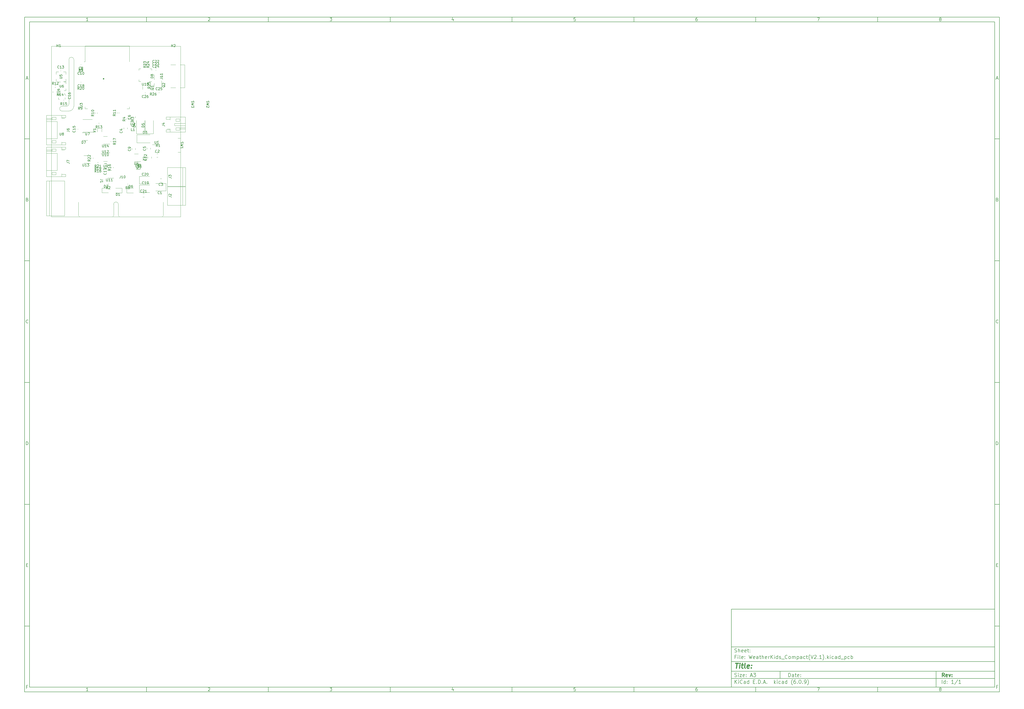
<source format=gbr>
%TF.GenerationSoftware,KiCad,Pcbnew,(6.0.9)*%
%TF.CreationDate,2023-07-16T00:02:42+05:30*%
%TF.ProjectId,WeatherKids_Compact(V2.1),57656174-6865-4724-9b69-64735f436f6d,rev?*%
%TF.SameCoordinates,Original*%
%TF.FileFunction,Legend,Top*%
%TF.FilePolarity,Positive*%
%FSLAX46Y46*%
G04 Gerber Fmt 4.6, Leading zero omitted, Abs format (unit mm)*
G04 Created by KiCad (PCBNEW (6.0.9)) date 2023-07-16 00:02:42*
%MOMM*%
%LPD*%
G01*
G04 APERTURE LIST*
%ADD10C,0.100000*%
%ADD11C,0.150000*%
%ADD12C,0.300000*%
%ADD13C,0.400000*%
%TA.AperFunction,Profile*%
%ADD14C,0.050000*%
%TD*%
%ADD15C,0.120000*%
%ADD16C,0.152400*%
%ADD17C,0.600000*%
G04 APERTURE END LIST*
D10*
D11*
X299989000Y-253002200D02*
X299989000Y-285002200D01*
X407989000Y-285002200D01*
X407989000Y-253002200D01*
X299989000Y-253002200D01*
D10*
D11*
X10000000Y-10000000D02*
X10000000Y-287002200D01*
X409989000Y-287002200D01*
X409989000Y-10000000D01*
X10000000Y-10000000D01*
D10*
D11*
X12000000Y-12000000D02*
X12000000Y-285002200D01*
X407989000Y-285002200D01*
X407989000Y-12000000D01*
X12000000Y-12000000D01*
D10*
D11*
X60000000Y-12000000D02*
X60000000Y-10000000D01*
D10*
D11*
X110000000Y-12000000D02*
X110000000Y-10000000D01*
D10*
D11*
X160000000Y-12000000D02*
X160000000Y-10000000D01*
D10*
D11*
X210000000Y-12000000D02*
X210000000Y-10000000D01*
D10*
D11*
X260000000Y-12000000D02*
X260000000Y-10000000D01*
D10*
D11*
X310000000Y-12000000D02*
X310000000Y-10000000D01*
D10*
D11*
X360000000Y-12000000D02*
X360000000Y-10000000D01*
D10*
D11*
X36065476Y-11588095D02*
X35322619Y-11588095D01*
X35694047Y-11588095D02*
X35694047Y-10288095D01*
X35570238Y-10473809D01*
X35446428Y-10597619D01*
X35322619Y-10659523D01*
D10*
D11*
X85322619Y-10411904D02*
X85384523Y-10350000D01*
X85508333Y-10288095D01*
X85817857Y-10288095D01*
X85941666Y-10350000D01*
X86003571Y-10411904D01*
X86065476Y-10535714D01*
X86065476Y-10659523D01*
X86003571Y-10845238D01*
X85260714Y-11588095D01*
X86065476Y-11588095D01*
D10*
D11*
X135260714Y-10288095D02*
X136065476Y-10288095D01*
X135632142Y-10783333D01*
X135817857Y-10783333D01*
X135941666Y-10845238D01*
X136003571Y-10907142D01*
X136065476Y-11030952D01*
X136065476Y-11340476D01*
X136003571Y-11464285D01*
X135941666Y-11526190D01*
X135817857Y-11588095D01*
X135446428Y-11588095D01*
X135322619Y-11526190D01*
X135260714Y-11464285D01*
D10*
D11*
X185941666Y-10721428D02*
X185941666Y-11588095D01*
X185632142Y-10226190D02*
X185322619Y-11154761D01*
X186127380Y-11154761D01*
D10*
D11*
X236003571Y-10288095D02*
X235384523Y-10288095D01*
X235322619Y-10907142D01*
X235384523Y-10845238D01*
X235508333Y-10783333D01*
X235817857Y-10783333D01*
X235941666Y-10845238D01*
X236003571Y-10907142D01*
X236065476Y-11030952D01*
X236065476Y-11340476D01*
X236003571Y-11464285D01*
X235941666Y-11526190D01*
X235817857Y-11588095D01*
X235508333Y-11588095D01*
X235384523Y-11526190D01*
X235322619Y-11464285D01*
D10*
D11*
X285941666Y-10288095D02*
X285694047Y-10288095D01*
X285570238Y-10350000D01*
X285508333Y-10411904D01*
X285384523Y-10597619D01*
X285322619Y-10845238D01*
X285322619Y-11340476D01*
X285384523Y-11464285D01*
X285446428Y-11526190D01*
X285570238Y-11588095D01*
X285817857Y-11588095D01*
X285941666Y-11526190D01*
X286003571Y-11464285D01*
X286065476Y-11340476D01*
X286065476Y-11030952D01*
X286003571Y-10907142D01*
X285941666Y-10845238D01*
X285817857Y-10783333D01*
X285570238Y-10783333D01*
X285446428Y-10845238D01*
X285384523Y-10907142D01*
X285322619Y-11030952D01*
D10*
D11*
X335260714Y-10288095D02*
X336127380Y-10288095D01*
X335570238Y-11588095D01*
D10*
D11*
X385570238Y-10845238D02*
X385446428Y-10783333D01*
X385384523Y-10721428D01*
X385322619Y-10597619D01*
X385322619Y-10535714D01*
X385384523Y-10411904D01*
X385446428Y-10350000D01*
X385570238Y-10288095D01*
X385817857Y-10288095D01*
X385941666Y-10350000D01*
X386003571Y-10411904D01*
X386065476Y-10535714D01*
X386065476Y-10597619D01*
X386003571Y-10721428D01*
X385941666Y-10783333D01*
X385817857Y-10845238D01*
X385570238Y-10845238D01*
X385446428Y-10907142D01*
X385384523Y-10969047D01*
X385322619Y-11092857D01*
X385322619Y-11340476D01*
X385384523Y-11464285D01*
X385446428Y-11526190D01*
X385570238Y-11588095D01*
X385817857Y-11588095D01*
X385941666Y-11526190D01*
X386003571Y-11464285D01*
X386065476Y-11340476D01*
X386065476Y-11092857D01*
X386003571Y-10969047D01*
X385941666Y-10907142D01*
X385817857Y-10845238D01*
D10*
D11*
X60000000Y-285002200D02*
X60000000Y-287002200D01*
D10*
D11*
X110000000Y-285002200D02*
X110000000Y-287002200D01*
D10*
D11*
X160000000Y-285002200D02*
X160000000Y-287002200D01*
D10*
D11*
X210000000Y-285002200D02*
X210000000Y-287002200D01*
D10*
D11*
X260000000Y-285002200D02*
X260000000Y-287002200D01*
D10*
D11*
X310000000Y-285002200D02*
X310000000Y-287002200D01*
D10*
D11*
X360000000Y-285002200D02*
X360000000Y-287002200D01*
D10*
D11*
X36065476Y-286590295D02*
X35322619Y-286590295D01*
X35694047Y-286590295D02*
X35694047Y-285290295D01*
X35570238Y-285476009D01*
X35446428Y-285599819D01*
X35322619Y-285661723D01*
D10*
D11*
X85322619Y-285414104D02*
X85384523Y-285352200D01*
X85508333Y-285290295D01*
X85817857Y-285290295D01*
X85941666Y-285352200D01*
X86003571Y-285414104D01*
X86065476Y-285537914D01*
X86065476Y-285661723D01*
X86003571Y-285847438D01*
X85260714Y-286590295D01*
X86065476Y-286590295D01*
D10*
D11*
X135260714Y-285290295D02*
X136065476Y-285290295D01*
X135632142Y-285785533D01*
X135817857Y-285785533D01*
X135941666Y-285847438D01*
X136003571Y-285909342D01*
X136065476Y-286033152D01*
X136065476Y-286342676D01*
X136003571Y-286466485D01*
X135941666Y-286528390D01*
X135817857Y-286590295D01*
X135446428Y-286590295D01*
X135322619Y-286528390D01*
X135260714Y-286466485D01*
D10*
D11*
X185941666Y-285723628D02*
X185941666Y-286590295D01*
X185632142Y-285228390D02*
X185322619Y-286156961D01*
X186127380Y-286156961D01*
D10*
D11*
X236003571Y-285290295D02*
X235384523Y-285290295D01*
X235322619Y-285909342D01*
X235384523Y-285847438D01*
X235508333Y-285785533D01*
X235817857Y-285785533D01*
X235941666Y-285847438D01*
X236003571Y-285909342D01*
X236065476Y-286033152D01*
X236065476Y-286342676D01*
X236003571Y-286466485D01*
X235941666Y-286528390D01*
X235817857Y-286590295D01*
X235508333Y-286590295D01*
X235384523Y-286528390D01*
X235322619Y-286466485D01*
D10*
D11*
X285941666Y-285290295D02*
X285694047Y-285290295D01*
X285570238Y-285352200D01*
X285508333Y-285414104D01*
X285384523Y-285599819D01*
X285322619Y-285847438D01*
X285322619Y-286342676D01*
X285384523Y-286466485D01*
X285446428Y-286528390D01*
X285570238Y-286590295D01*
X285817857Y-286590295D01*
X285941666Y-286528390D01*
X286003571Y-286466485D01*
X286065476Y-286342676D01*
X286065476Y-286033152D01*
X286003571Y-285909342D01*
X285941666Y-285847438D01*
X285817857Y-285785533D01*
X285570238Y-285785533D01*
X285446428Y-285847438D01*
X285384523Y-285909342D01*
X285322619Y-286033152D01*
D10*
D11*
X335260714Y-285290295D02*
X336127380Y-285290295D01*
X335570238Y-286590295D01*
D10*
D11*
X385570238Y-285847438D02*
X385446428Y-285785533D01*
X385384523Y-285723628D01*
X385322619Y-285599819D01*
X385322619Y-285537914D01*
X385384523Y-285414104D01*
X385446428Y-285352200D01*
X385570238Y-285290295D01*
X385817857Y-285290295D01*
X385941666Y-285352200D01*
X386003571Y-285414104D01*
X386065476Y-285537914D01*
X386065476Y-285599819D01*
X386003571Y-285723628D01*
X385941666Y-285785533D01*
X385817857Y-285847438D01*
X385570238Y-285847438D01*
X385446428Y-285909342D01*
X385384523Y-285971247D01*
X385322619Y-286095057D01*
X385322619Y-286342676D01*
X385384523Y-286466485D01*
X385446428Y-286528390D01*
X385570238Y-286590295D01*
X385817857Y-286590295D01*
X385941666Y-286528390D01*
X386003571Y-286466485D01*
X386065476Y-286342676D01*
X386065476Y-286095057D01*
X386003571Y-285971247D01*
X385941666Y-285909342D01*
X385817857Y-285847438D01*
D10*
D11*
X10000000Y-60000000D02*
X12000000Y-60000000D01*
D10*
D11*
X10000000Y-110000000D02*
X12000000Y-110000000D01*
D10*
D11*
X10000000Y-160000000D02*
X12000000Y-160000000D01*
D10*
D11*
X10000000Y-210000000D02*
X12000000Y-210000000D01*
D10*
D11*
X10000000Y-260000000D02*
X12000000Y-260000000D01*
D10*
D11*
X10690476Y-35216666D02*
X11309523Y-35216666D01*
X10566666Y-35588095D02*
X11000000Y-34288095D01*
X11433333Y-35588095D01*
D10*
D11*
X11092857Y-84907142D02*
X11278571Y-84969047D01*
X11340476Y-85030952D01*
X11402380Y-85154761D01*
X11402380Y-85340476D01*
X11340476Y-85464285D01*
X11278571Y-85526190D01*
X11154761Y-85588095D01*
X10659523Y-85588095D01*
X10659523Y-84288095D01*
X11092857Y-84288095D01*
X11216666Y-84350000D01*
X11278571Y-84411904D01*
X11340476Y-84535714D01*
X11340476Y-84659523D01*
X11278571Y-84783333D01*
X11216666Y-84845238D01*
X11092857Y-84907142D01*
X10659523Y-84907142D01*
D10*
D11*
X11402380Y-135464285D02*
X11340476Y-135526190D01*
X11154761Y-135588095D01*
X11030952Y-135588095D01*
X10845238Y-135526190D01*
X10721428Y-135402380D01*
X10659523Y-135278571D01*
X10597619Y-135030952D01*
X10597619Y-134845238D01*
X10659523Y-134597619D01*
X10721428Y-134473809D01*
X10845238Y-134350000D01*
X11030952Y-134288095D01*
X11154761Y-134288095D01*
X11340476Y-134350000D01*
X11402380Y-134411904D01*
D10*
D11*
X10659523Y-185588095D02*
X10659523Y-184288095D01*
X10969047Y-184288095D01*
X11154761Y-184350000D01*
X11278571Y-184473809D01*
X11340476Y-184597619D01*
X11402380Y-184845238D01*
X11402380Y-185030952D01*
X11340476Y-185278571D01*
X11278571Y-185402380D01*
X11154761Y-185526190D01*
X10969047Y-185588095D01*
X10659523Y-185588095D01*
D10*
D11*
X10721428Y-234907142D02*
X11154761Y-234907142D01*
X11340476Y-235588095D02*
X10721428Y-235588095D01*
X10721428Y-234288095D01*
X11340476Y-234288095D01*
D10*
D11*
X11185714Y-284907142D02*
X10752380Y-284907142D01*
X10752380Y-285588095D02*
X10752380Y-284288095D01*
X11371428Y-284288095D01*
D10*
D11*
X409989000Y-60000000D02*
X407989000Y-60000000D01*
D10*
D11*
X409989000Y-110000000D02*
X407989000Y-110000000D01*
D10*
D11*
X409989000Y-160000000D02*
X407989000Y-160000000D01*
D10*
D11*
X409989000Y-210000000D02*
X407989000Y-210000000D01*
D10*
D11*
X409989000Y-260000000D02*
X407989000Y-260000000D01*
D10*
D11*
X408679476Y-35216666D02*
X409298523Y-35216666D01*
X408555666Y-35588095D02*
X408989000Y-34288095D01*
X409422333Y-35588095D01*
D10*
D11*
X409081857Y-84907142D02*
X409267571Y-84969047D01*
X409329476Y-85030952D01*
X409391380Y-85154761D01*
X409391380Y-85340476D01*
X409329476Y-85464285D01*
X409267571Y-85526190D01*
X409143761Y-85588095D01*
X408648523Y-85588095D01*
X408648523Y-84288095D01*
X409081857Y-84288095D01*
X409205666Y-84350000D01*
X409267571Y-84411904D01*
X409329476Y-84535714D01*
X409329476Y-84659523D01*
X409267571Y-84783333D01*
X409205666Y-84845238D01*
X409081857Y-84907142D01*
X408648523Y-84907142D01*
D10*
D11*
X409391380Y-135464285D02*
X409329476Y-135526190D01*
X409143761Y-135588095D01*
X409019952Y-135588095D01*
X408834238Y-135526190D01*
X408710428Y-135402380D01*
X408648523Y-135278571D01*
X408586619Y-135030952D01*
X408586619Y-134845238D01*
X408648523Y-134597619D01*
X408710428Y-134473809D01*
X408834238Y-134350000D01*
X409019952Y-134288095D01*
X409143761Y-134288095D01*
X409329476Y-134350000D01*
X409391380Y-134411904D01*
D10*
D11*
X408648523Y-185588095D02*
X408648523Y-184288095D01*
X408958047Y-184288095D01*
X409143761Y-184350000D01*
X409267571Y-184473809D01*
X409329476Y-184597619D01*
X409391380Y-184845238D01*
X409391380Y-185030952D01*
X409329476Y-185278571D01*
X409267571Y-185402380D01*
X409143761Y-185526190D01*
X408958047Y-185588095D01*
X408648523Y-185588095D01*
D10*
D11*
X408710428Y-234907142D02*
X409143761Y-234907142D01*
X409329476Y-235588095D02*
X408710428Y-235588095D01*
X408710428Y-234288095D01*
X409329476Y-234288095D01*
D10*
D11*
X409174714Y-284907142D02*
X408741380Y-284907142D01*
X408741380Y-285588095D02*
X408741380Y-284288095D01*
X409360428Y-284288095D01*
D10*
D11*
X323421142Y-280780771D02*
X323421142Y-279280771D01*
X323778285Y-279280771D01*
X323992571Y-279352200D01*
X324135428Y-279495057D01*
X324206857Y-279637914D01*
X324278285Y-279923628D01*
X324278285Y-280137914D01*
X324206857Y-280423628D01*
X324135428Y-280566485D01*
X323992571Y-280709342D01*
X323778285Y-280780771D01*
X323421142Y-280780771D01*
X325564000Y-280780771D02*
X325564000Y-279995057D01*
X325492571Y-279852200D01*
X325349714Y-279780771D01*
X325064000Y-279780771D01*
X324921142Y-279852200D01*
X325564000Y-280709342D02*
X325421142Y-280780771D01*
X325064000Y-280780771D01*
X324921142Y-280709342D01*
X324849714Y-280566485D01*
X324849714Y-280423628D01*
X324921142Y-280280771D01*
X325064000Y-280209342D01*
X325421142Y-280209342D01*
X325564000Y-280137914D01*
X326064000Y-279780771D02*
X326635428Y-279780771D01*
X326278285Y-279280771D02*
X326278285Y-280566485D01*
X326349714Y-280709342D01*
X326492571Y-280780771D01*
X326635428Y-280780771D01*
X327706857Y-280709342D02*
X327564000Y-280780771D01*
X327278285Y-280780771D01*
X327135428Y-280709342D01*
X327064000Y-280566485D01*
X327064000Y-279995057D01*
X327135428Y-279852200D01*
X327278285Y-279780771D01*
X327564000Y-279780771D01*
X327706857Y-279852200D01*
X327778285Y-279995057D01*
X327778285Y-280137914D01*
X327064000Y-280280771D01*
X328421142Y-280637914D02*
X328492571Y-280709342D01*
X328421142Y-280780771D01*
X328349714Y-280709342D01*
X328421142Y-280637914D01*
X328421142Y-280780771D01*
X328421142Y-279852200D02*
X328492571Y-279923628D01*
X328421142Y-279995057D01*
X328349714Y-279923628D01*
X328421142Y-279852200D01*
X328421142Y-279995057D01*
D10*
D11*
X299989000Y-281502200D02*
X407989000Y-281502200D01*
D10*
D11*
X301421142Y-283580771D02*
X301421142Y-282080771D01*
X302278285Y-283580771D02*
X301635428Y-282723628D01*
X302278285Y-282080771D02*
X301421142Y-282937914D01*
X302921142Y-283580771D02*
X302921142Y-282580771D01*
X302921142Y-282080771D02*
X302849714Y-282152200D01*
X302921142Y-282223628D01*
X302992571Y-282152200D01*
X302921142Y-282080771D01*
X302921142Y-282223628D01*
X304492571Y-283437914D02*
X304421142Y-283509342D01*
X304206857Y-283580771D01*
X304064000Y-283580771D01*
X303849714Y-283509342D01*
X303706857Y-283366485D01*
X303635428Y-283223628D01*
X303564000Y-282937914D01*
X303564000Y-282723628D01*
X303635428Y-282437914D01*
X303706857Y-282295057D01*
X303849714Y-282152200D01*
X304064000Y-282080771D01*
X304206857Y-282080771D01*
X304421142Y-282152200D01*
X304492571Y-282223628D01*
X305778285Y-283580771D02*
X305778285Y-282795057D01*
X305706857Y-282652200D01*
X305564000Y-282580771D01*
X305278285Y-282580771D01*
X305135428Y-282652200D01*
X305778285Y-283509342D02*
X305635428Y-283580771D01*
X305278285Y-283580771D01*
X305135428Y-283509342D01*
X305064000Y-283366485D01*
X305064000Y-283223628D01*
X305135428Y-283080771D01*
X305278285Y-283009342D01*
X305635428Y-283009342D01*
X305778285Y-282937914D01*
X307135428Y-283580771D02*
X307135428Y-282080771D01*
X307135428Y-283509342D02*
X306992571Y-283580771D01*
X306706857Y-283580771D01*
X306564000Y-283509342D01*
X306492571Y-283437914D01*
X306421142Y-283295057D01*
X306421142Y-282866485D01*
X306492571Y-282723628D01*
X306564000Y-282652200D01*
X306706857Y-282580771D01*
X306992571Y-282580771D01*
X307135428Y-282652200D01*
X308992571Y-282795057D02*
X309492571Y-282795057D01*
X309706857Y-283580771D02*
X308992571Y-283580771D01*
X308992571Y-282080771D01*
X309706857Y-282080771D01*
X310349714Y-283437914D02*
X310421142Y-283509342D01*
X310349714Y-283580771D01*
X310278285Y-283509342D01*
X310349714Y-283437914D01*
X310349714Y-283580771D01*
X311064000Y-283580771D02*
X311064000Y-282080771D01*
X311421142Y-282080771D01*
X311635428Y-282152200D01*
X311778285Y-282295057D01*
X311849714Y-282437914D01*
X311921142Y-282723628D01*
X311921142Y-282937914D01*
X311849714Y-283223628D01*
X311778285Y-283366485D01*
X311635428Y-283509342D01*
X311421142Y-283580771D01*
X311064000Y-283580771D01*
X312564000Y-283437914D02*
X312635428Y-283509342D01*
X312564000Y-283580771D01*
X312492571Y-283509342D01*
X312564000Y-283437914D01*
X312564000Y-283580771D01*
X313206857Y-283152200D02*
X313921142Y-283152200D01*
X313064000Y-283580771D02*
X313564000Y-282080771D01*
X314064000Y-283580771D01*
X314564000Y-283437914D02*
X314635428Y-283509342D01*
X314564000Y-283580771D01*
X314492571Y-283509342D01*
X314564000Y-283437914D01*
X314564000Y-283580771D01*
X317564000Y-283580771D02*
X317564000Y-282080771D01*
X317706857Y-283009342D02*
X318135428Y-283580771D01*
X318135428Y-282580771D02*
X317564000Y-283152200D01*
X318778285Y-283580771D02*
X318778285Y-282580771D01*
X318778285Y-282080771D02*
X318706857Y-282152200D01*
X318778285Y-282223628D01*
X318849714Y-282152200D01*
X318778285Y-282080771D01*
X318778285Y-282223628D01*
X320135428Y-283509342D02*
X319992571Y-283580771D01*
X319706857Y-283580771D01*
X319564000Y-283509342D01*
X319492571Y-283437914D01*
X319421142Y-283295057D01*
X319421142Y-282866485D01*
X319492571Y-282723628D01*
X319564000Y-282652200D01*
X319706857Y-282580771D01*
X319992571Y-282580771D01*
X320135428Y-282652200D01*
X321421142Y-283580771D02*
X321421142Y-282795057D01*
X321349714Y-282652200D01*
X321206857Y-282580771D01*
X320921142Y-282580771D01*
X320778285Y-282652200D01*
X321421142Y-283509342D02*
X321278285Y-283580771D01*
X320921142Y-283580771D01*
X320778285Y-283509342D01*
X320706857Y-283366485D01*
X320706857Y-283223628D01*
X320778285Y-283080771D01*
X320921142Y-283009342D01*
X321278285Y-283009342D01*
X321421142Y-282937914D01*
X322778285Y-283580771D02*
X322778285Y-282080771D01*
X322778285Y-283509342D02*
X322635428Y-283580771D01*
X322349714Y-283580771D01*
X322206857Y-283509342D01*
X322135428Y-283437914D01*
X322064000Y-283295057D01*
X322064000Y-282866485D01*
X322135428Y-282723628D01*
X322206857Y-282652200D01*
X322349714Y-282580771D01*
X322635428Y-282580771D01*
X322778285Y-282652200D01*
X325064000Y-284152200D02*
X324992571Y-284080771D01*
X324849714Y-283866485D01*
X324778285Y-283723628D01*
X324706857Y-283509342D01*
X324635428Y-283152200D01*
X324635428Y-282866485D01*
X324706857Y-282509342D01*
X324778285Y-282295057D01*
X324849714Y-282152200D01*
X324992571Y-281937914D01*
X325064000Y-281866485D01*
X326278285Y-282080771D02*
X325992571Y-282080771D01*
X325849714Y-282152200D01*
X325778285Y-282223628D01*
X325635428Y-282437914D01*
X325564000Y-282723628D01*
X325564000Y-283295057D01*
X325635428Y-283437914D01*
X325706857Y-283509342D01*
X325849714Y-283580771D01*
X326135428Y-283580771D01*
X326278285Y-283509342D01*
X326349714Y-283437914D01*
X326421142Y-283295057D01*
X326421142Y-282937914D01*
X326349714Y-282795057D01*
X326278285Y-282723628D01*
X326135428Y-282652200D01*
X325849714Y-282652200D01*
X325706857Y-282723628D01*
X325635428Y-282795057D01*
X325564000Y-282937914D01*
X327064000Y-283437914D02*
X327135428Y-283509342D01*
X327064000Y-283580771D01*
X326992571Y-283509342D01*
X327064000Y-283437914D01*
X327064000Y-283580771D01*
X328064000Y-282080771D02*
X328206857Y-282080771D01*
X328349714Y-282152200D01*
X328421142Y-282223628D01*
X328492571Y-282366485D01*
X328564000Y-282652200D01*
X328564000Y-283009342D01*
X328492571Y-283295057D01*
X328421142Y-283437914D01*
X328349714Y-283509342D01*
X328206857Y-283580771D01*
X328064000Y-283580771D01*
X327921142Y-283509342D01*
X327849714Y-283437914D01*
X327778285Y-283295057D01*
X327706857Y-283009342D01*
X327706857Y-282652200D01*
X327778285Y-282366485D01*
X327849714Y-282223628D01*
X327921142Y-282152200D01*
X328064000Y-282080771D01*
X329206857Y-283437914D02*
X329278285Y-283509342D01*
X329206857Y-283580771D01*
X329135428Y-283509342D01*
X329206857Y-283437914D01*
X329206857Y-283580771D01*
X329992571Y-283580771D02*
X330278285Y-283580771D01*
X330421142Y-283509342D01*
X330492571Y-283437914D01*
X330635428Y-283223628D01*
X330706857Y-282937914D01*
X330706857Y-282366485D01*
X330635428Y-282223628D01*
X330564000Y-282152200D01*
X330421142Y-282080771D01*
X330135428Y-282080771D01*
X329992571Y-282152200D01*
X329921142Y-282223628D01*
X329849714Y-282366485D01*
X329849714Y-282723628D01*
X329921142Y-282866485D01*
X329992571Y-282937914D01*
X330135428Y-283009342D01*
X330421142Y-283009342D01*
X330564000Y-282937914D01*
X330635428Y-282866485D01*
X330706857Y-282723628D01*
X331206857Y-284152200D02*
X331278285Y-284080771D01*
X331421142Y-283866485D01*
X331492571Y-283723628D01*
X331564000Y-283509342D01*
X331635428Y-283152200D01*
X331635428Y-282866485D01*
X331564000Y-282509342D01*
X331492571Y-282295057D01*
X331421142Y-282152200D01*
X331278285Y-281937914D01*
X331206857Y-281866485D01*
D10*
D11*
X299989000Y-278502200D02*
X407989000Y-278502200D01*
D10*
D12*
X387398285Y-280780771D02*
X386898285Y-280066485D01*
X386541142Y-280780771D02*
X386541142Y-279280771D01*
X387112571Y-279280771D01*
X387255428Y-279352200D01*
X387326857Y-279423628D01*
X387398285Y-279566485D01*
X387398285Y-279780771D01*
X387326857Y-279923628D01*
X387255428Y-279995057D01*
X387112571Y-280066485D01*
X386541142Y-280066485D01*
X388612571Y-280709342D02*
X388469714Y-280780771D01*
X388184000Y-280780771D01*
X388041142Y-280709342D01*
X387969714Y-280566485D01*
X387969714Y-279995057D01*
X388041142Y-279852200D01*
X388184000Y-279780771D01*
X388469714Y-279780771D01*
X388612571Y-279852200D01*
X388684000Y-279995057D01*
X388684000Y-280137914D01*
X387969714Y-280280771D01*
X389184000Y-279780771D02*
X389541142Y-280780771D01*
X389898285Y-279780771D01*
X390469714Y-280637914D02*
X390541142Y-280709342D01*
X390469714Y-280780771D01*
X390398285Y-280709342D01*
X390469714Y-280637914D01*
X390469714Y-280780771D01*
X390469714Y-279852200D02*
X390541142Y-279923628D01*
X390469714Y-279995057D01*
X390398285Y-279923628D01*
X390469714Y-279852200D01*
X390469714Y-279995057D01*
D10*
D11*
X301349714Y-280709342D02*
X301564000Y-280780771D01*
X301921142Y-280780771D01*
X302064000Y-280709342D01*
X302135428Y-280637914D01*
X302206857Y-280495057D01*
X302206857Y-280352200D01*
X302135428Y-280209342D01*
X302064000Y-280137914D01*
X301921142Y-280066485D01*
X301635428Y-279995057D01*
X301492571Y-279923628D01*
X301421142Y-279852200D01*
X301349714Y-279709342D01*
X301349714Y-279566485D01*
X301421142Y-279423628D01*
X301492571Y-279352200D01*
X301635428Y-279280771D01*
X301992571Y-279280771D01*
X302206857Y-279352200D01*
X302849714Y-280780771D02*
X302849714Y-279780771D01*
X302849714Y-279280771D02*
X302778285Y-279352200D01*
X302849714Y-279423628D01*
X302921142Y-279352200D01*
X302849714Y-279280771D01*
X302849714Y-279423628D01*
X303421142Y-279780771D02*
X304206857Y-279780771D01*
X303421142Y-280780771D01*
X304206857Y-280780771D01*
X305349714Y-280709342D02*
X305206857Y-280780771D01*
X304921142Y-280780771D01*
X304778285Y-280709342D01*
X304706857Y-280566485D01*
X304706857Y-279995057D01*
X304778285Y-279852200D01*
X304921142Y-279780771D01*
X305206857Y-279780771D01*
X305349714Y-279852200D01*
X305421142Y-279995057D01*
X305421142Y-280137914D01*
X304706857Y-280280771D01*
X306064000Y-280637914D02*
X306135428Y-280709342D01*
X306064000Y-280780771D01*
X305992571Y-280709342D01*
X306064000Y-280637914D01*
X306064000Y-280780771D01*
X306064000Y-279852200D02*
X306135428Y-279923628D01*
X306064000Y-279995057D01*
X305992571Y-279923628D01*
X306064000Y-279852200D01*
X306064000Y-279995057D01*
X307849714Y-280352200D02*
X308564000Y-280352200D01*
X307706857Y-280780771D02*
X308206857Y-279280771D01*
X308706857Y-280780771D01*
X309064000Y-279280771D02*
X309992571Y-279280771D01*
X309492571Y-279852200D01*
X309706857Y-279852200D01*
X309849714Y-279923628D01*
X309921142Y-279995057D01*
X309992571Y-280137914D01*
X309992571Y-280495057D01*
X309921142Y-280637914D01*
X309849714Y-280709342D01*
X309706857Y-280780771D01*
X309278285Y-280780771D01*
X309135428Y-280709342D01*
X309064000Y-280637914D01*
D10*
D11*
X386421142Y-283580771D02*
X386421142Y-282080771D01*
X387778285Y-283580771D02*
X387778285Y-282080771D01*
X387778285Y-283509342D02*
X387635428Y-283580771D01*
X387349714Y-283580771D01*
X387206857Y-283509342D01*
X387135428Y-283437914D01*
X387064000Y-283295057D01*
X387064000Y-282866485D01*
X387135428Y-282723628D01*
X387206857Y-282652200D01*
X387349714Y-282580771D01*
X387635428Y-282580771D01*
X387778285Y-282652200D01*
X388492571Y-283437914D02*
X388564000Y-283509342D01*
X388492571Y-283580771D01*
X388421142Y-283509342D01*
X388492571Y-283437914D01*
X388492571Y-283580771D01*
X388492571Y-282652200D02*
X388564000Y-282723628D01*
X388492571Y-282795057D01*
X388421142Y-282723628D01*
X388492571Y-282652200D01*
X388492571Y-282795057D01*
X391135428Y-283580771D02*
X390278285Y-283580771D01*
X390706857Y-283580771D02*
X390706857Y-282080771D01*
X390564000Y-282295057D01*
X390421142Y-282437914D01*
X390278285Y-282509342D01*
X392849714Y-282009342D02*
X391564000Y-283937914D01*
X394135428Y-283580771D02*
X393278285Y-283580771D01*
X393706857Y-283580771D02*
X393706857Y-282080771D01*
X393564000Y-282295057D01*
X393421142Y-282437914D01*
X393278285Y-282509342D01*
D10*
D11*
X299989000Y-274502200D02*
X407989000Y-274502200D01*
D10*
D13*
X301701380Y-275206961D02*
X302844238Y-275206961D01*
X302022809Y-277206961D02*
X302272809Y-275206961D01*
X303260904Y-277206961D02*
X303427571Y-275873628D01*
X303510904Y-275206961D02*
X303403761Y-275302200D01*
X303487095Y-275397438D01*
X303594238Y-275302200D01*
X303510904Y-275206961D01*
X303487095Y-275397438D01*
X304094238Y-275873628D02*
X304856142Y-275873628D01*
X304463285Y-275206961D02*
X304249000Y-276921247D01*
X304320428Y-277111723D01*
X304499000Y-277206961D01*
X304689476Y-277206961D01*
X305641857Y-277206961D02*
X305463285Y-277111723D01*
X305391857Y-276921247D01*
X305606142Y-275206961D01*
X307177571Y-277111723D02*
X306975190Y-277206961D01*
X306594238Y-277206961D01*
X306415666Y-277111723D01*
X306344238Y-276921247D01*
X306439476Y-276159342D01*
X306558523Y-275968866D01*
X306760904Y-275873628D01*
X307141857Y-275873628D01*
X307320428Y-275968866D01*
X307391857Y-276159342D01*
X307368047Y-276349819D01*
X306391857Y-276540295D01*
X308141857Y-277016485D02*
X308225190Y-277111723D01*
X308118047Y-277206961D01*
X308034714Y-277111723D01*
X308141857Y-277016485D01*
X308118047Y-277206961D01*
X308272809Y-275968866D02*
X308356142Y-276064104D01*
X308249000Y-276159342D01*
X308165666Y-276064104D01*
X308272809Y-275968866D01*
X308249000Y-276159342D01*
D10*
D11*
X301921142Y-272595057D02*
X301421142Y-272595057D01*
X301421142Y-273380771D02*
X301421142Y-271880771D01*
X302135428Y-271880771D01*
X302706857Y-273380771D02*
X302706857Y-272380771D01*
X302706857Y-271880771D02*
X302635428Y-271952200D01*
X302706857Y-272023628D01*
X302778285Y-271952200D01*
X302706857Y-271880771D01*
X302706857Y-272023628D01*
X303635428Y-273380771D02*
X303492571Y-273309342D01*
X303421142Y-273166485D01*
X303421142Y-271880771D01*
X304778285Y-273309342D02*
X304635428Y-273380771D01*
X304349714Y-273380771D01*
X304206857Y-273309342D01*
X304135428Y-273166485D01*
X304135428Y-272595057D01*
X304206857Y-272452200D01*
X304349714Y-272380771D01*
X304635428Y-272380771D01*
X304778285Y-272452200D01*
X304849714Y-272595057D01*
X304849714Y-272737914D01*
X304135428Y-272880771D01*
X305492571Y-273237914D02*
X305564000Y-273309342D01*
X305492571Y-273380771D01*
X305421142Y-273309342D01*
X305492571Y-273237914D01*
X305492571Y-273380771D01*
X305492571Y-272452200D02*
X305564000Y-272523628D01*
X305492571Y-272595057D01*
X305421142Y-272523628D01*
X305492571Y-272452200D01*
X305492571Y-272595057D01*
X307206857Y-271880771D02*
X307564000Y-273380771D01*
X307849714Y-272309342D01*
X308135428Y-273380771D01*
X308492571Y-271880771D01*
X309635428Y-273309342D02*
X309492571Y-273380771D01*
X309206857Y-273380771D01*
X309064000Y-273309342D01*
X308992571Y-273166485D01*
X308992571Y-272595057D01*
X309064000Y-272452200D01*
X309206857Y-272380771D01*
X309492571Y-272380771D01*
X309635428Y-272452200D01*
X309706857Y-272595057D01*
X309706857Y-272737914D01*
X308992571Y-272880771D01*
X310992571Y-273380771D02*
X310992571Y-272595057D01*
X310921142Y-272452200D01*
X310778285Y-272380771D01*
X310492571Y-272380771D01*
X310349714Y-272452200D01*
X310992571Y-273309342D02*
X310849714Y-273380771D01*
X310492571Y-273380771D01*
X310349714Y-273309342D01*
X310278285Y-273166485D01*
X310278285Y-273023628D01*
X310349714Y-272880771D01*
X310492571Y-272809342D01*
X310849714Y-272809342D01*
X310992571Y-272737914D01*
X311492571Y-272380771D02*
X312064000Y-272380771D01*
X311706857Y-271880771D02*
X311706857Y-273166485D01*
X311778285Y-273309342D01*
X311921142Y-273380771D01*
X312064000Y-273380771D01*
X312564000Y-273380771D02*
X312564000Y-271880771D01*
X313206857Y-273380771D02*
X313206857Y-272595057D01*
X313135428Y-272452200D01*
X312992571Y-272380771D01*
X312778285Y-272380771D01*
X312635428Y-272452200D01*
X312564000Y-272523628D01*
X314492571Y-273309342D02*
X314349714Y-273380771D01*
X314064000Y-273380771D01*
X313921142Y-273309342D01*
X313849714Y-273166485D01*
X313849714Y-272595057D01*
X313921142Y-272452200D01*
X314064000Y-272380771D01*
X314349714Y-272380771D01*
X314492571Y-272452200D01*
X314564000Y-272595057D01*
X314564000Y-272737914D01*
X313849714Y-272880771D01*
X315206857Y-273380771D02*
X315206857Y-272380771D01*
X315206857Y-272666485D02*
X315278285Y-272523628D01*
X315349714Y-272452200D01*
X315492571Y-272380771D01*
X315635428Y-272380771D01*
X316135428Y-273380771D02*
X316135428Y-271880771D01*
X316992571Y-273380771D02*
X316349714Y-272523628D01*
X316992571Y-271880771D02*
X316135428Y-272737914D01*
X317635428Y-273380771D02*
X317635428Y-272380771D01*
X317635428Y-271880771D02*
X317564000Y-271952200D01*
X317635428Y-272023628D01*
X317706857Y-271952200D01*
X317635428Y-271880771D01*
X317635428Y-272023628D01*
X318992571Y-273380771D02*
X318992571Y-271880771D01*
X318992571Y-273309342D02*
X318849714Y-273380771D01*
X318564000Y-273380771D01*
X318421142Y-273309342D01*
X318349714Y-273237914D01*
X318278285Y-273095057D01*
X318278285Y-272666485D01*
X318349714Y-272523628D01*
X318421142Y-272452200D01*
X318564000Y-272380771D01*
X318849714Y-272380771D01*
X318992571Y-272452200D01*
X319635428Y-273309342D02*
X319778285Y-273380771D01*
X320064000Y-273380771D01*
X320206857Y-273309342D01*
X320278285Y-273166485D01*
X320278285Y-273095057D01*
X320206857Y-272952200D01*
X320064000Y-272880771D01*
X319849714Y-272880771D01*
X319706857Y-272809342D01*
X319635428Y-272666485D01*
X319635428Y-272595057D01*
X319706857Y-272452200D01*
X319849714Y-272380771D01*
X320064000Y-272380771D01*
X320206857Y-272452200D01*
X320564000Y-273523628D02*
X321706857Y-273523628D01*
X322921142Y-273237914D02*
X322849714Y-273309342D01*
X322635428Y-273380771D01*
X322492571Y-273380771D01*
X322278285Y-273309342D01*
X322135428Y-273166485D01*
X322064000Y-273023628D01*
X321992571Y-272737914D01*
X321992571Y-272523628D01*
X322064000Y-272237914D01*
X322135428Y-272095057D01*
X322278285Y-271952200D01*
X322492571Y-271880771D01*
X322635428Y-271880771D01*
X322849714Y-271952200D01*
X322921142Y-272023628D01*
X323778285Y-273380771D02*
X323635428Y-273309342D01*
X323564000Y-273237914D01*
X323492571Y-273095057D01*
X323492571Y-272666485D01*
X323564000Y-272523628D01*
X323635428Y-272452200D01*
X323778285Y-272380771D01*
X323992571Y-272380771D01*
X324135428Y-272452200D01*
X324206857Y-272523628D01*
X324278285Y-272666485D01*
X324278285Y-273095057D01*
X324206857Y-273237914D01*
X324135428Y-273309342D01*
X323992571Y-273380771D01*
X323778285Y-273380771D01*
X324921142Y-273380771D02*
X324921142Y-272380771D01*
X324921142Y-272523628D02*
X324992571Y-272452200D01*
X325135428Y-272380771D01*
X325349714Y-272380771D01*
X325492571Y-272452200D01*
X325564000Y-272595057D01*
X325564000Y-273380771D01*
X325564000Y-272595057D02*
X325635428Y-272452200D01*
X325778285Y-272380771D01*
X325992571Y-272380771D01*
X326135428Y-272452200D01*
X326206857Y-272595057D01*
X326206857Y-273380771D01*
X326921142Y-272380771D02*
X326921142Y-273880771D01*
X326921142Y-272452200D02*
X327064000Y-272380771D01*
X327349714Y-272380771D01*
X327492571Y-272452200D01*
X327564000Y-272523628D01*
X327635428Y-272666485D01*
X327635428Y-273095057D01*
X327564000Y-273237914D01*
X327492571Y-273309342D01*
X327349714Y-273380771D01*
X327064000Y-273380771D01*
X326921142Y-273309342D01*
X328921142Y-273380771D02*
X328921142Y-272595057D01*
X328849714Y-272452200D01*
X328706857Y-272380771D01*
X328421142Y-272380771D01*
X328278285Y-272452200D01*
X328921142Y-273309342D02*
X328778285Y-273380771D01*
X328421142Y-273380771D01*
X328278285Y-273309342D01*
X328206857Y-273166485D01*
X328206857Y-273023628D01*
X328278285Y-272880771D01*
X328421142Y-272809342D01*
X328778285Y-272809342D01*
X328921142Y-272737914D01*
X330278285Y-273309342D02*
X330135428Y-273380771D01*
X329849714Y-273380771D01*
X329706857Y-273309342D01*
X329635428Y-273237914D01*
X329564000Y-273095057D01*
X329564000Y-272666485D01*
X329635428Y-272523628D01*
X329706857Y-272452200D01*
X329849714Y-272380771D01*
X330135428Y-272380771D01*
X330278285Y-272452200D01*
X330706857Y-272380771D02*
X331278285Y-272380771D01*
X330921142Y-271880771D02*
X330921142Y-273166485D01*
X330992571Y-273309342D01*
X331135428Y-273380771D01*
X331278285Y-273380771D01*
X332206857Y-273952200D02*
X332135428Y-273880771D01*
X331992571Y-273666485D01*
X331921142Y-273523628D01*
X331849714Y-273309342D01*
X331778285Y-272952200D01*
X331778285Y-272666485D01*
X331849714Y-272309342D01*
X331921142Y-272095057D01*
X331992571Y-271952200D01*
X332135428Y-271737914D01*
X332206857Y-271666485D01*
X332564000Y-271880771D02*
X333064000Y-273380771D01*
X333564000Y-271880771D01*
X333992571Y-272023628D02*
X334064000Y-271952200D01*
X334206857Y-271880771D01*
X334564000Y-271880771D01*
X334706857Y-271952200D01*
X334778285Y-272023628D01*
X334849714Y-272166485D01*
X334849714Y-272309342D01*
X334778285Y-272523628D01*
X333921142Y-273380771D01*
X334849714Y-273380771D01*
X335492571Y-273237914D02*
X335564000Y-273309342D01*
X335492571Y-273380771D01*
X335421142Y-273309342D01*
X335492571Y-273237914D01*
X335492571Y-273380771D01*
X336992571Y-273380771D02*
X336135428Y-273380771D01*
X336564000Y-273380771D02*
X336564000Y-271880771D01*
X336421142Y-272095057D01*
X336278285Y-272237914D01*
X336135428Y-272309342D01*
X337492571Y-273952200D02*
X337564000Y-273880771D01*
X337706857Y-273666485D01*
X337778285Y-273523628D01*
X337849714Y-273309342D01*
X337921142Y-272952200D01*
X337921142Y-272666485D01*
X337849714Y-272309342D01*
X337778285Y-272095057D01*
X337706857Y-271952200D01*
X337564000Y-271737914D01*
X337492571Y-271666485D01*
X338635428Y-273237914D02*
X338706857Y-273309342D01*
X338635428Y-273380771D01*
X338564000Y-273309342D01*
X338635428Y-273237914D01*
X338635428Y-273380771D01*
X339349714Y-273380771D02*
X339349714Y-271880771D01*
X339492571Y-272809342D02*
X339921142Y-273380771D01*
X339921142Y-272380771D02*
X339349714Y-272952200D01*
X340564000Y-273380771D02*
X340564000Y-272380771D01*
X340564000Y-271880771D02*
X340492571Y-271952200D01*
X340564000Y-272023628D01*
X340635428Y-271952200D01*
X340564000Y-271880771D01*
X340564000Y-272023628D01*
X341921142Y-273309342D02*
X341778285Y-273380771D01*
X341492571Y-273380771D01*
X341349714Y-273309342D01*
X341278285Y-273237914D01*
X341206857Y-273095057D01*
X341206857Y-272666485D01*
X341278285Y-272523628D01*
X341349714Y-272452200D01*
X341492571Y-272380771D01*
X341778285Y-272380771D01*
X341921142Y-272452200D01*
X343206857Y-273380771D02*
X343206857Y-272595057D01*
X343135428Y-272452200D01*
X342992571Y-272380771D01*
X342706857Y-272380771D01*
X342564000Y-272452200D01*
X343206857Y-273309342D02*
X343064000Y-273380771D01*
X342706857Y-273380771D01*
X342564000Y-273309342D01*
X342492571Y-273166485D01*
X342492571Y-273023628D01*
X342564000Y-272880771D01*
X342706857Y-272809342D01*
X343064000Y-272809342D01*
X343206857Y-272737914D01*
X344564000Y-273380771D02*
X344564000Y-271880771D01*
X344564000Y-273309342D02*
X344421142Y-273380771D01*
X344135428Y-273380771D01*
X343992571Y-273309342D01*
X343921142Y-273237914D01*
X343849714Y-273095057D01*
X343849714Y-272666485D01*
X343921142Y-272523628D01*
X343992571Y-272452200D01*
X344135428Y-272380771D01*
X344421142Y-272380771D01*
X344564000Y-272452200D01*
X344921142Y-273523628D02*
X346064000Y-273523628D01*
X346421142Y-272380771D02*
X346421142Y-273880771D01*
X346421142Y-272452200D02*
X346564000Y-272380771D01*
X346849714Y-272380771D01*
X346992571Y-272452200D01*
X347064000Y-272523628D01*
X347135428Y-272666485D01*
X347135428Y-273095057D01*
X347064000Y-273237914D01*
X346992571Y-273309342D01*
X346849714Y-273380771D01*
X346564000Y-273380771D01*
X346421142Y-273309342D01*
X348421142Y-273309342D02*
X348278285Y-273380771D01*
X347992571Y-273380771D01*
X347849714Y-273309342D01*
X347778285Y-273237914D01*
X347706857Y-273095057D01*
X347706857Y-272666485D01*
X347778285Y-272523628D01*
X347849714Y-272452200D01*
X347992571Y-272380771D01*
X348278285Y-272380771D01*
X348421142Y-272452200D01*
X349064000Y-273380771D02*
X349064000Y-271880771D01*
X349064000Y-272452200D02*
X349206857Y-272380771D01*
X349492571Y-272380771D01*
X349635428Y-272452200D01*
X349706857Y-272523628D01*
X349778285Y-272666485D01*
X349778285Y-273095057D01*
X349706857Y-273237914D01*
X349635428Y-273309342D01*
X349492571Y-273380771D01*
X349206857Y-273380771D01*
X349064000Y-273309342D01*
D10*
D11*
X299989000Y-268502200D02*
X407989000Y-268502200D01*
D10*
D11*
X301349714Y-270609342D02*
X301564000Y-270680771D01*
X301921142Y-270680771D01*
X302064000Y-270609342D01*
X302135428Y-270537914D01*
X302206857Y-270395057D01*
X302206857Y-270252200D01*
X302135428Y-270109342D01*
X302064000Y-270037914D01*
X301921142Y-269966485D01*
X301635428Y-269895057D01*
X301492571Y-269823628D01*
X301421142Y-269752200D01*
X301349714Y-269609342D01*
X301349714Y-269466485D01*
X301421142Y-269323628D01*
X301492571Y-269252200D01*
X301635428Y-269180771D01*
X301992571Y-269180771D01*
X302206857Y-269252200D01*
X302849714Y-270680771D02*
X302849714Y-269180771D01*
X303492571Y-270680771D02*
X303492571Y-269895057D01*
X303421142Y-269752200D01*
X303278285Y-269680771D01*
X303064000Y-269680771D01*
X302921142Y-269752200D01*
X302849714Y-269823628D01*
X304778285Y-270609342D02*
X304635428Y-270680771D01*
X304349714Y-270680771D01*
X304206857Y-270609342D01*
X304135428Y-270466485D01*
X304135428Y-269895057D01*
X304206857Y-269752200D01*
X304349714Y-269680771D01*
X304635428Y-269680771D01*
X304778285Y-269752200D01*
X304849714Y-269895057D01*
X304849714Y-270037914D01*
X304135428Y-270180771D01*
X306064000Y-270609342D02*
X305921142Y-270680771D01*
X305635428Y-270680771D01*
X305492571Y-270609342D01*
X305421142Y-270466485D01*
X305421142Y-269895057D01*
X305492571Y-269752200D01*
X305635428Y-269680771D01*
X305921142Y-269680771D01*
X306064000Y-269752200D01*
X306135428Y-269895057D01*
X306135428Y-270037914D01*
X305421142Y-270180771D01*
X306564000Y-269680771D02*
X307135428Y-269680771D01*
X306778285Y-269180771D02*
X306778285Y-270466485D01*
X306849714Y-270609342D01*
X306992571Y-270680771D01*
X307135428Y-270680771D01*
X307635428Y-270537914D02*
X307706857Y-270609342D01*
X307635428Y-270680771D01*
X307564000Y-270609342D01*
X307635428Y-270537914D01*
X307635428Y-270680771D01*
X307635428Y-269752200D02*
X307706857Y-269823628D01*
X307635428Y-269895057D01*
X307564000Y-269823628D01*
X307635428Y-269752200D01*
X307635428Y-269895057D01*
D10*
D12*
D10*
D11*
D10*
D11*
D10*
D11*
D10*
D11*
D10*
D11*
X319989000Y-278502200D02*
X319989000Y-281502200D01*
D10*
D11*
X383989000Y-278502200D02*
X383989000Y-285002200D01*
D14*
X21000000Y-92000000D02*
X74000000Y-92000000D01*
X25351225Y-46600000D02*
G75*
G03*
X25351225Y-48600000I50025J-1000000D01*
G01*
X30200000Y-27451225D02*
G75*
G03*
X28200000Y-27451225I-1000000J-50025D01*
G01*
X74000000Y-92000000D02*
X74000000Y-22000000D01*
X30200000Y-27451225D02*
X30200000Y-46600000D01*
X28200000Y-45600000D02*
X28200000Y-27451225D01*
X27100000Y-46600000D02*
G75*
G03*
X28200000Y-45600000I50000J1050000D01*
G01*
X21000000Y-22000000D02*
X21000000Y-92000000D01*
X74000000Y-22000000D02*
X21000000Y-22000000D01*
X28100000Y-48600000D02*
G75*
G03*
X30200000Y-46600000I50000J2050000D01*
G01*
X25351225Y-48600000D02*
X28100000Y-48600000D01*
X25351225Y-46600000D02*
X27100000Y-46600000D01*
D11*
%TO.C,U4*%
X55088095Y-69552380D02*
X55088095Y-70361904D01*
X55135714Y-70457142D01*
X55183333Y-70504761D01*
X55278571Y-70552380D01*
X55469047Y-70552380D01*
X55564285Y-70504761D01*
X55611904Y-70457142D01*
X55659523Y-70361904D01*
X55659523Y-69552380D01*
X56564285Y-69885714D02*
X56564285Y-70552380D01*
X56326190Y-69504761D02*
X56088095Y-70219047D01*
X56707142Y-70219047D01*
%TO.C,R7*%
X56633333Y-72622380D02*
X56300000Y-72146190D01*
X56061904Y-72622380D02*
X56061904Y-71622380D01*
X56442857Y-71622380D01*
X56538095Y-71670000D01*
X56585714Y-71717619D01*
X56633333Y-71812857D01*
X56633333Y-71955714D01*
X56585714Y-72050952D01*
X56538095Y-72098571D01*
X56442857Y-72146190D01*
X56061904Y-72146190D01*
X56966666Y-71622380D02*
X57633333Y-71622380D01*
X57204761Y-72622380D01*
%TO.C,C6*%
X53377142Y-51266666D02*
X53424761Y-51314285D01*
X53472380Y-51457142D01*
X53472380Y-51552380D01*
X53424761Y-51695238D01*
X53329523Y-51790476D01*
X53234285Y-51838095D01*
X53043809Y-51885714D01*
X52900952Y-51885714D01*
X52710476Y-51838095D01*
X52615238Y-51790476D01*
X52520000Y-51695238D01*
X52472380Y-51552380D01*
X52472380Y-51457142D01*
X52520000Y-51314285D01*
X52567619Y-51266666D01*
X52472380Y-50409523D02*
X52472380Y-50600000D01*
X52520000Y-50695238D01*
X52567619Y-50742857D01*
X52710476Y-50838095D01*
X52900952Y-50885714D01*
X53281904Y-50885714D01*
X53377142Y-50838095D01*
X53424761Y-50790476D01*
X53472380Y-50695238D01*
X53472380Y-50504761D01*
X53424761Y-50409523D01*
X53377142Y-50361904D01*
X53281904Y-50314285D01*
X53043809Y-50314285D01*
X52948571Y-50361904D01*
X52900952Y-50409523D01*
X52853333Y-50504761D01*
X52853333Y-50695238D01*
X52900952Y-50790476D01*
X52948571Y-50838095D01*
X53043809Y-50885714D01*
%TO.C,U11*%
X43561904Y-76352380D02*
X43561904Y-77161904D01*
X43609523Y-77257142D01*
X43657142Y-77304761D01*
X43752380Y-77352380D01*
X43942857Y-77352380D01*
X44038095Y-77304761D01*
X44085714Y-77257142D01*
X44133333Y-77161904D01*
X44133333Y-76352380D01*
X45133333Y-77352380D02*
X44561904Y-77352380D01*
X44847619Y-77352380D02*
X44847619Y-76352380D01*
X44752380Y-76495238D01*
X44657142Y-76590476D01*
X44561904Y-76638095D01*
X46085714Y-77352380D02*
X45514285Y-77352380D01*
X45800000Y-77352380D02*
X45800000Y-76352380D01*
X45704761Y-76495238D01*
X45609523Y-76590476D01*
X45514285Y-76638095D01*
%TO.C,R24*%
X61102380Y-30142857D02*
X60626190Y-30476190D01*
X61102380Y-30714285D02*
X60102380Y-30714285D01*
X60102380Y-30333333D01*
X60150000Y-30238095D01*
X60197619Y-30190476D01*
X60292857Y-30142857D01*
X60435714Y-30142857D01*
X60530952Y-30190476D01*
X60578571Y-30238095D01*
X60626190Y-30333333D01*
X60626190Y-30714285D01*
X60197619Y-29761904D02*
X60150000Y-29714285D01*
X60102380Y-29619047D01*
X60102380Y-29380952D01*
X60150000Y-29285714D01*
X60197619Y-29238095D01*
X60292857Y-29190476D01*
X60388095Y-29190476D01*
X60530952Y-29238095D01*
X61102380Y-29809523D01*
X61102380Y-29190476D01*
X60435714Y-28333333D02*
X61102380Y-28333333D01*
X60054761Y-28571428D02*
X60769047Y-28809523D01*
X60769047Y-28190476D01*
%TO.C,R21*%
X39419642Y-71662380D02*
X39086309Y-71186190D01*
X38848214Y-71662380D02*
X38848214Y-70662380D01*
X39229166Y-70662380D01*
X39324404Y-70710000D01*
X39372023Y-70757619D01*
X39419642Y-70852857D01*
X39419642Y-70995714D01*
X39372023Y-71090952D01*
X39324404Y-71138571D01*
X39229166Y-71186190D01*
X38848214Y-71186190D01*
X39800595Y-70757619D02*
X39848214Y-70710000D01*
X39943452Y-70662380D01*
X40181547Y-70662380D01*
X40276785Y-70710000D01*
X40324404Y-70757619D01*
X40372023Y-70852857D01*
X40372023Y-70948095D01*
X40324404Y-71090952D01*
X39752976Y-71662380D01*
X40372023Y-71662380D01*
X41324404Y-71662380D02*
X40752976Y-71662380D01*
X41038690Y-71662380D02*
X41038690Y-70662380D01*
X40943452Y-70805238D01*
X40848214Y-70900476D01*
X40752976Y-70948095D01*
%TO.C,R11*%
X47302380Y-49952857D02*
X46826190Y-50286190D01*
X47302380Y-50524285D02*
X46302380Y-50524285D01*
X46302380Y-50143333D01*
X46350000Y-50048095D01*
X46397619Y-50000476D01*
X46492857Y-49952857D01*
X46635714Y-49952857D01*
X46730952Y-50000476D01*
X46778571Y-50048095D01*
X46826190Y-50143333D01*
X46826190Y-50524285D01*
X47302380Y-49000476D02*
X47302380Y-49571904D01*
X47302380Y-49286190D02*
X46302380Y-49286190D01*
X46445238Y-49381428D01*
X46540476Y-49476666D01*
X46588095Y-49571904D01*
X47302380Y-48048095D02*
X47302380Y-48619523D01*
X47302380Y-48333809D02*
X46302380Y-48333809D01*
X46445238Y-48429047D01*
X46540476Y-48524285D01*
X46588095Y-48619523D01*
%TO.C,C25*%
X64507142Y-39847142D02*
X64459523Y-39894761D01*
X64316666Y-39942380D01*
X64221428Y-39942380D01*
X64078571Y-39894761D01*
X63983333Y-39799523D01*
X63935714Y-39704285D01*
X63888095Y-39513809D01*
X63888095Y-39370952D01*
X63935714Y-39180476D01*
X63983333Y-39085238D01*
X64078571Y-38990000D01*
X64221428Y-38942380D01*
X64316666Y-38942380D01*
X64459523Y-38990000D01*
X64507142Y-39037619D01*
X64888095Y-39037619D02*
X64935714Y-38990000D01*
X65030952Y-38942380D01*
X65269047Y-38942380D01*
X65364285Y-38990000D01*
X65411904Y-39037619D01*
X65459523Y-39132857D01*
X65459523Y-39228095D01*
X65411904Y-39370952D01*
X64840476Y-39942380D01*
X65459523Y-39942380D01*
X66364285Y-38942380D02*
X65888095Y-38942380D01*
X65840476Y-39418571D01*
X65888095Y-39370952D01*
X65983333Y-39323333D01*
X66221428Y-39323333D01*
X66316666Y-39370952D01*
X66364285Y-39418571D01*
X66411904Y-39513809D01*
X66411904Y-39751904D01*
X66364285Y-39847142D01*
X66316666Y-39894761D01*
X66221428Y-39942380D01*
X65983333Y-39942380D01*
X65888095Y-39894761D01*
X65840476Y-39847142D01*
%TO.C,SW3*%
X78535238Y-44466666D02*
X78487619Y-44609523D01*
X78487619Y-44847619D01*
X78535238Y-44942857D01*
X78582857Y-44990476D01*
X78678095Y-45038095D01*
X78773333Y-45038095D01*
X78868571Y-44990476D01*
X78916190Y-44942857D01*
X78963809Y-44847619D01*
X79011428Y-44657142D01*
X79059047Y-44561904D01*
X79106666Y-44514285D01*
X79201904Y-44466666D01*
X79297142Y-44466666D01*
X79392380Y-44514285D01*
X79440000Y-44561904D01*
X79487619Y-44657142D01*
X79487619Y-44895238D01*
X79440000Y-45038095D01*
X79487619Y-45371428D02*
X78487619Y-45609523D01*
X79201904Y-45800000D01*
X78487619Y-45990476D01*
X79487619Y-46228571D01*
X79487619Y-46514285D02*
X79487619Y-47133333D01*
X79106666Y-46800000D01*
X79106666Y-46942857D01*
X79059047Y-47038095D01*
X79011428Y-47085714D01*
X78916190Y-47133333D01*
X78678095Y-47133333D01*
X78582857Y-47085714D01*
X78535238Y-47038095D01*
X78487619Y-46942857D01*
X78487619Y-46657142D01*
X78535238Y-46561904D01*
X78582857Y-46514285D01*
%TO.C,H2*%
X70238095Y-22252380D02*
X70238095Y-21252380D01*
X70238095Y-21728571D02*
X70809523Y-21728571D01*
X70809523Y-22252380D02*
X70809523Y-21252380D01*
X71238095Y-21347619D02*
X71285714Y-21300000D01*
X71380952Y-21252380D01*
X71619047Y-21252380D01*
X71714285Y-21300000D01*
X71761904Y-21347619D01*
X71809523Y-21442857D01*
X71809523Y-21538095D01*
X71761904Y-21680952D01*
X71190476Y-22252380D01*
X71809523Y-22252380D01*
%TO.C,R2*%
X44143333Y-80522380D02*
X43810000Y-80046190D01*
X43571904Y-80522380D02*
X43571904Y-79522380D01*
X43952857Y-79522380D01*
X44048095Y-79570000D01*
X44095714Y-79617619D01*
X44143333Y-79712857D01*
X44143333Y-79855714D01*
X44095714Y-79950952D01*
X44048095Y-79998571D01*
X43952857Y-80046190D01*
X43571904Y-80046190D01*
X44524285Y-79617619D02*
X44571904Y-79570000D01*
X44667142Y-79522380D01*
X44905238Y-79522380D01*
X45000476Y-79570000D01*
X45048095Y-79617619D01*
X45095714Y-79712857D01*
X45095714Y-79808095D01*
X45048095Y-79950952D01*
X44476666Y-80522380D01*
X45095714Y-80522380D01*
%TO.C,C9*%
X53427142Y-64316666D02*
X53474761Y-64364285D01*
X53522380Y-64507142D01*
X53522380Y-64602380D01*
X53474761Y-64745238D01*
X53379523Y-64840476D01*
X53284285Y-64888095D01*
X53093809Y-64935714D01*
X52950952Y-64935714D01*
X52760476Y-64888095D01*
X52665238Y-64840476D01*
X52570000Y-64745238D01*
X52522380Y-64602380D01*
X52522380Y-64507142D01*
X52570000Y-64364285D01*
X52617619Y-64316666D01*
X53522380Y-63840476D02*
X53522380Y-63650000D01*
X53474761Y-63554761D01*
X53427142Y-63507142D01*
X53284285Y-63411904D01*
X53093809Y-63364285D01*
X52712857Y-63364285D01*
X52617619Y-63411904D01*
X52570000Y-63459523D01*
X52522380Y-63554761D01*
X52522380Y-63745238D01*
X52570000Y-63840476D01*
X52617619Y-63888095D01*
X52712857Y-63935714D01*
X52950952Y-63935714D01*
X53046190Y-63888095D01*
X53093809Y-63840476D01*
X53141428Y-63745238D01*
X53141428Y-63554761D01*
X53093809Y-63459523D01*
X53046190Y-63411904D01*
X52950952Y-63364285D01*
%TO.C,R8*%
X56633333Y-71332380D02*
X56300000Y-70856190D01*
X56061904Y-71332380D02*
X56061904Y-70332380D01*
X56442857Y-70332380D01*
X56538095Y-70380000D01*
X56585714Y-70427619D01*
X56633333Y-70522857D01*
X56633333Y-70665714D01*
X56585714Y-70760952D01*
X56538095Y-70808571D01*
X56442857Y-70856190D01*
X56061904Y-70856190D01*
X57204761Y-70760952D02*
X57109523Y-70713333D01*
X57061904Y-70665714D01*
X57014285Y-70570476D01*
X57014285Y-70522857D01*
X57061904Y-70427619D01*
X57109523Y-70380000D01*
X57204761Y-70332380D01*
X57395238Y-70332380D01*
X57490476Y-70380000D01*
X57538095Y-70427619D01*
X57585714Y-70522857D01*
X57585714Y-70570476D01*
X57538095Y-70665714D01*
X57490476Y-70713333D01*
X57395238Y-70760952D01*
X57204761Y-70760952D01*
X57109523Y-70808571D01*
X57061904Y-70856190D01*
X57014285Y-70951428D01*
X57014285Y-71141904D01*
X57061904Y-71237142D01*
X57109523Y-71284761D01*
X57204761Y-71332380D01*
X57395238Y-71332380D01*
X57490476Y-71284761D01*
X57538095Y-71237142D01*
X57585714Y-71141904D01*
X57585714Y-70951428D01*
X57538095Y-70856190D01*
X57490476Y-70808571D01*
X57395238Y-70760952D01*
%TO.C,D4*%
X55502380Y-55178095D02*
X54502380Y-55178095D01*
X54502380Y-54940000D01*
X54550000Y-54797142D01*
X54645238Y-54701904D01*
X54740476Y-54654285D01*
X54930952Y-54606666D01*
X55073809Y-54606666D01*
X55264285Y-54654285D01*
X55359523Y-54701904D01*
X55454761Y-54797142D01*
X55502380Y-54940000D01*
X55502380Y-55178095D01*
X54835714Y-53749523D02*
X55502380Y-53749523D01*
X54454761Y-53987619D02*
X55169047Y-54225714D01*
X55169047Y-53606666D01*
%TO.C,L2*%
X58660119Y-67933333D02*
X58660119Y-67457142D01*
X59660119Y-67457142D01*
X59564880Y-68219047D02*
X59612500Y-68266666D01*
X59660119Y-68361904D01*
X59660119Y-68600000D01*
X59612500Y-68695238D01*
X59564880Y-68742857D01*
X59469642Y-68790476D01*
X59374404Y-68790476D01*
X59231547Y-68742857D01*
X58660119Y-68171428D01*
X58660119Y-68790476D01*
%TO.C,R1*%
X64620833Y-63232380D02*
X64287500Y-62756190D01*
X64049404Y-63232380D02*
X64049404Y-62232380D01*
X64430357Y-62232380D01*
X64525595Y-62280000D01*
X64573214Y-62327619D01*
X64620833Y-62422857D01*
X64620833Y-62565714D01*
X64573214Y-62660952D01*
X64525595Y-62708571D01*
X64430357Y-62756190D01*
X64049404Y-62756190D01*
X65573214Y-63232380D02*
X65001785Y-63232380D01*
X65287500Y-63232380D02*
X65287500Y-62232380D01*
X65192261Y-62375238D01*
X65097023Y-62470476D01*
X65001785Y-62518095D01*
%TO.C,U15*%
X58291904Y-37052380D02*
X58291904Y-37861904D01*
X58339523Y-37957142D01*
X58387142Y-38004761D01*
X58482380Y-38052380D01*
X58672857Y-38052380D01*
X58768095Y-38004761D01*
X58815714Y-37957142D01*
X58863333Y-37861904D01*
X58863333Y-37052380D01*
X59863333Y-38052380D02*
X59291904Y-38052380D01*
X59577619Y-38052380D02*
X59577619Y-37052380D01*
X59482380Y-37195238D01*
X59387142Y-37290476D01*
X59291904Y-37338095D01*
X60768095Y-37052380D02*
X60291904Y-37052380D01*
X60244285Y-37528571D01*
X60291904Y-37480952D01*
X60387142Y-37433333D01*
X60625238Y-37433333D01*
X60720476Y-37480952D01*
X60768095Y-37528571D01*
X60815714Y-37623809D01*
X60815714Y-37861904D01*
X60768095Y-37957142D01*
X60720476Y-38004761D01*
X60625238Y-38052380D01*
X60387142Y-38052380D01*
X60291904Y-38004761D01*
X60244285Y-37957142D01*
%TO.C,R14*%
X23947142Y-42322380D02*
X23613809Y-41846190D01*
X23375714Y-42322380D02*
X23375714Y-41322380D01*
X23756666Y-41322380D01*
X23851904Y-41370000D01*
X23899523Y-41417619D01*
X23947142Y-41512857D01*
X23947142Y-41655714D01*
X23899523Y-41750952D01*
X23851904Y-41798571D01*
X23756666Y-41846190D01*
X23375714Y-41846190D01*
X24899523Y-42322380D02*
X24328095Y-42322380D01*
X24613809Y-42322380D02*
X24613809Y-41322380D01*
X24518571Y-41465238D01*
X24423333Y-41560476D01*
X24328095Y-41608095D01*
X25756666Y-41655714D02*
X25756666Y-42322380D01*
X25518571Y-41274761D02*
X25280476Y-41989047D01*
X25899523Y-41989047D01*
%TO.C,D7*%
X33511904Y-61902380D02*
X33511904Y-60902380D01*
X33750000Y-60902380D01*
X33892857Y-60950000D01*
X33988095Y-61045238D01*
X34035714Y-61140476D01*
X34083333Y-61330952D01*
X34083333Y-61473809D01*
X34035714Y-61664285D01*
X33988095Y-61759523D01*
X33892857Y-61854761D01*
X33750000Y-61902380D01*
X33511904Y-61902380D01*
X34416666Y-60902380D02*
X35083333Y-60902380D01*
X34654761Y-61902380D01*
%TO.C,D3*%
X58711904Y-57892380D02*
X58711904Y-56892380D01*
X58950000Y-56892380D01*
X59092857Y-56940000D01*
X59188095Y-57035238D01*
X59235714Y-57130476D01*
X59283333Y-57320952D01*
X59283333Y-57463809D01*
X59235714Y-57654285D01*
X59188095Y-57749523D01*
X59092857Y-57844761D01*
X58950000Y-57892380D01*
X58711904Y-57892380D01*
X59616666Y-56892380D02*
X60235714Y-56892380D01*
X59902380Y-57273333D01*
X60045238Y-57273333D01*
X60140476Y-57320952D01*
X60188095Y-57368571D01*
X60235714Y-57463809D01*
X60235714Y-57701904D01*
X60188095Y-57797142D01*
X60140476Y-57844761D01*
X60045238Y-57892380D01*
X59759523Y-57892380D01*
X59664285Y-57844761D01*
X59616666Y-57797142D01*
%TO.C,C2*%
X64295833Y-65477142D02*
X64248214Y-65524761D01*
X64105357Y-65572380D01*
X64010119Y-65572380D01*
X63867261Y-65524761D01*
X63772023Y-65429523D01*
X63724404Y-65334285D01*
X63676785Y-65143809D01*
X63676785Y-65000952D01*
X63724404Y-64810476D01*
X63772023Y-64715238D01*
X63867261Y-64620000D01*
X64010119Y-64572380D01*
X64105357Y-64572380D01*
X64248214Y-64620000D01*
X64295833Y-64667619D01*
X64676785Y-64667619D02*
X64724404Y-64620000D01*
X64819642Y-64572380D01*
X65057738Y-64572380D01*
X65152976Y-64620000D01*
X65200595Y-64667619D01*
X65248214Y-64762857D01*
X65248214Y-64858095D01*
X65200595Y-65000952D01*
X64629166Y-65572380D01*
X65248214Y-65572380D01*
%TO.C,D2*%
X42661904Y-79952380D02*
X42661904Y-78952380D01*
X42900000Y-78952380D01*
X43042857Y-79000000D01*
X43138095Y-79095238D01*
X43185714Y-79190476D01*
X43233333Y-79380952D01*
X43233333Y-79523809D01*
X43185714Y-79714285D01*
X43138095Y-79809523D01*
X43042857Y-79904761D01*
X42900000Y-79952380D01*
X42661904Y-79952380D01*
X43614285Y-79047619D02*
X43661904Y-79000000D01*
X43757142Y-78952380D01*
X43995238Y-78952380D01*
X44090476Y-79000000D01*
X44138095Y-79047619D01*
X44185714Y-79142857D01*
X44185714Y-79238095D01*
X44138095Y-79380952D01*
X43566666Y-79952380D01*
X44185714Y-79952380D01*
%TO.C,C3*%
X65745833Y-79097142D02*
X65698214Y-79144761D01*
X65555357Y-79192380D01*
X65460119Y-79192380D01*
X65317261Y-79144761D01*
X65222023Y-79049523D01*
X65174404Y-78954285D01*
X65126785Y-78763809D01*
X65126785Y-78620952D01*
X65174404Y-78430476D01*
X65222023Y-78335238D01*
X65317261Y-78240000D01*
X65460119Y-78192380D01*
X65555357Y-78192380D01*
X65698214Y-78240000D01*
X65745833Y-78287619D01*
X66079166Y-78192380D02*
X66698214Y-78192380D01*
X66364880Y-78573333D01*
X66507738Y-78573333D01*
X66602976Y-78620952D01*
X66650595Y-78668571D01*
X66698214Y-78763809D01*
X66698214Y-79001904D01*
X66650595Y-79097142D01*
X66602976Y-79144761D01*
X66507738Y-79192380D01*
X66222023Y-79192380D01*
X66126785Y-79144761D01*
X66079166Y-79097142D01*
%TO.C,C16*%
X28817142Y-42942857D02*
X28864761Y-42990476D01*
X28912380Y-43133333D01*
X28912380Y-43228571D01*
X28864761Y-43371428D01*
X28769523Y-43466666D01*
X28674285Y-43514285D01*
X28483809Y-43561904D01*
X28340952Y-43561904D01*
X28150476Y-43514285D01*
X28055238Y-43466666D01*
X27960000Y-43371428D01*
X27912380Y-43228571D01*
X27912380Y-43133333D01*
X27960000Y-42990476D01*
X28007619Y-42942857D01*
X28912380Y-41990476D02*
X28912380Y-42561904D01*
X28912380Y-42276190D02*
X27912380Y-42276190D01*
X28055238Y-42371428D01*
X28150476Y-42466666D01*
X28198095Y-42561904D01*
X27912380Y-41133333D02*
X27912380Y-41323809D01*
X27960000Y-41419047D01*
X28007619Y-41466666D01*
X28150476Y-41561904D01*
X28340952Y-41609523D01*
X28721904Y-41609523D01*
X28817142Y-41561904D01*
X28864761Y-41514285D01*
X28912380Y-41419047D01*
X28912380Y-41228571D01*
X28864761Y-41133333D01*
X28817142Y-41085714D01*
X28721904Y-41038095D01*
X28483809Y-41038095D01*
X28388571Y-41085714D01*
X28340952Y-41133333D01*
X28293333Y-41228571D01*
X28293333Y-41419047D01*
X28340952Y-41514285D01*
X28388571Y-41561904D01*
X28483809Y-41609523D01*
%TO.C,U7*%
X35018095Y-57452380D02*
X35018095Y-58261904D01*
X35065714Y-58357142D01*
X35113333Y-58404761D01*
X35208571Y-58452380D01*
X35399047Y-58452380D01*
X35494285Y-58404761D01*
X35541904Y-58357142D01*
X35589523Y-58261904D01*
X35589523Y-57452380D01*
X35970476Y-57452380D02*
X36637142Y-57452380D01*
X36208571Y-58452380D01*
%TO.C,J2*%
X69152380Y-83633333D02*
X69866666Y-83633333D01*
X70009523Y-83680952D01*
X70104761Y-83776190D01*
X70152380Y-83919047D01*
X70152380Y-84014285D01*
X69247619Y-83204761D02*
X69200000Y-83157142D01*
X69152380Y-83061904D01*
X69152380Y-82823809D01*
X69200000Y-82728571D01*
X69247619Y-82680952D01*
X69342857Y-82633333D01*
X69438095Y-82633333D01*
X69580952Y-82680952D01*
X70152380Y-83252380D01*
X70152380Y-82633333D01*
%TO.C,C20*%
X58857142Y-74907142D02*
X58809523Y-74954761D01*
X58666666Y-75002380D01*
X58571428Y-75002380D01*
X58428571Y-74954761D01*
X58333333Y-74859523D01*
X58285714Y-74764285D01*
X58238095Y-74573809D01*
X58238095Y-74430952D01*
X58285714Y-74240476D01*
X58333333Y-74145238D01*
X58428571Y-74050000D01*
X58571428Y-74002380D01*
X58666666Y-74002380D01*
X58809523Y-74050000D01*
X58857142Y-74097619D01*
X59238095Y-74097619D02*
X59285714Y-74050000D01*
X59380952Y-74002380D01*
X59619047Y-74002380D01*
X59714285Y-74050000D01*
X59761904Y-74097619D01*
X59809523Y-74192857D01*
X59809523Y-74288095D01*
X59761904Y-74430952D01*
X59190476Y-75002380D01*
X59809523Y-75002380D01*
X60428571Y-74002380D02*
X60523809Y-74002380D01*
X60619047Y-74050000D01*
X60666666Y-74097619D01*
X60714285Y-74192857D01*
X60761904Y-74383333D01*
X60761904Y-74621428D01*
X60714285Y-74811904D01*
X60666666Y-74907142D01*
X60619047Y-74954761D01*
X60523809Y-75002380D01*
X60428571Y-75002380D01*
X60333333Y-74954761D01*
X60285714Y-74907142D01*
X60238095Y-74811904D01*
X60190476Y-74621428D01*
X60190476Y-74383333D01*
X60238095Y-74192857D01*
X60285714Y-74097619D01*
X60333333Y-74050000D01*
X60428571Y-74002380D01*
%TO.C,U1*%
X63438095Y-60952380D02*
X63438095Y-61761904D01*
X63485714Y-61857142D01*
X63533333Y-61904761D01*
X63628571Y-61952380D01*
X63819047Y-61952380D01*
X63914285Y-61904761D01*
X63961904Y-61857142D01*
X64009523Y-61761904D01*
X64009523Y-60952380D01*
X65009523Y-61952380D02*
X64438095Y-61952380D01*
X64723809Y-61952380D02*
X64723809Y-60952380D01*
X64628571Y-61095238D01*
X64533333Y-61190476D01*
X64438095Y-61238095D01*
%TO.C,SW1*%
X74120238Y-61266666D02*
X74072619Y-61409523D01*
X74072619Y-61647619D01*
X74120238Y-61742857D01*
X74167857Y-61790476D01*
X74263095Y-61838095D01*
X74358333Y-61838095D01*
X74453571Y-61790476D01*
X74501190Y-61742857D01*
X74548809Y-61647619D01*
X74596428Y-61457142D01*
X74644047Y-61361904D01*
X74691666Y-61314285D01*
X74786904Y-61266666D01*
X74882142Y-61266666D01*
X74977380Y-61314285D01*
X75025000Y-61361904D01*
X75072619Y-61457142D01*
X75072619Y-61695238D01*
X75025000Y-61838095D01*
X75072619Y-62171428D02*
X74072619Y-62409523D01*
X74786904Y-62600000D01*
X74072619Y-62790476D01*
X75072619Y-63028571D01*
X74072619Y-63933333D02*
X74072619Y-63361904D01*
X74072619Y-63647619D02*
X75072619Y-63647619D01*
X74929761Y-63552380D01*
X74834523Y-63457142D01*
X74786904Y-63361904D01*
%TO.C,C26*%
X58857142Y-43017142D02*
X58809523Y-43064761D01*
X58666666Y-43112380D01*
X58571428Y-43112380D01*
X58428571Y-43064761D01*
X58333333Y-42969523D01*
X58285714Y-42874285D01*
X58238095Y-42683809D01*
X58238095Y-42540952D01*
X58285714Y-42350476D01*
X58333333Y-42255238D01*
X58428571Y-42160000D01*
X58571428Y-42112380D01*
X58666666Y-42112380D01*
X58809523Y-42160000D01*
X58857142Y-42207619D01*
X59238095Y-42207619D02*
X59285714Y-42160000D01*
X59380952Y-42112380D01*
X59619047Y-42112380D01*
X59714285Y-42160000D01*
X59761904Y-42207619D01*
X59809523Y-42302857D01*
X59809523Y-42398095D01*
X59761904Y-42540952D01*
X59190476Y-43112380D01*
X59809523Y-43112380D01*
X60666666Y-42112380D02*
X60476190Y-42112380D01*
X60380952Y-42160000D01*
X60333333Y-42207619D01*
X60238095Y-42350476D01*
X60190476Y-42540952D01*
X60190476Y-42921904D01*
X60238095Y-43017142D01*
X60285714Y-43064761D01*
X60380952Y-43112380D01*
X60571428Y-43112380D01*
X60666666Y-43064761D01*
X60714285Y-43017142D01*
X60761904Y-42921904D01*
X60761904Y-42683809D01*
X60714285Y-42588571D01*
X60666666Y-42540952D01*
X60571428Y-42493333D01*
X60380952Y-42493333D01*
X60285714Y-42540952D01*
X60238095Y-42588571D01*
X60190476Y-42683809D01*
%TO.C,U9*%
X42500595Y-70692380D02*
X42500595Y-71501904D01*
X42548214Y-71597142D01*
X42595833Y-71644761D01*
X42691071Y-71692380D01*
X42881547Y-71692380D01*
X42976785Y-71644761D01*
X43024404Y-71597142D01*
X43072023Y-71501904D01*
X43072023Y-70692380D01*
X43595833Y-71692380D02*
X43786309Y-71692380D01*
X43881547Y-71644761D01*
X43929166Y-71597142D01*
X44024404Y-71454285D01*
X44072023Y-71263809D01*
X44072023Y-70882857D01*
X44024404Y-70787619D01*
X43976785Y-70740000D01*
X43881547Y-70692380D01*
X43691071Y-70692380D01*
X43595833Y-70740000D01*
X43548214Y-70787619D01*
X43500595Y-70882857D01*
X43500595Y-71120952D01*
X43548214Y-71216190D01*
X43595833Y-71263809D01*
X43691071Y-71311428D01*
X43881547Y-71311428D01*
X43976785Y-71263809D01*
X44024404Y-71216190D01*
X44072023Y-71120952D01*
%TO.C,J11*%
X65637380Y-35109523D02*
X66351666Y-35109523D01*
X66494523Y-35157142D01*
X66589761Y-35252380D01*
X66637380Y-35395238D01*
X66637380Y-35490476D01*
X66637380Y-34109523D02*
X66637380Y-34680952D01*
X66637380Y-34395238D02*
X65637380Y-34395238D01*
X65780238Y-34490476D01*
X65875476Y-34585714D01*
X65923095Y-34680952D01*
X66637380Y-33157142D02*
X66637380Y-33728571D01*
X66637380Y-33442857D02*
X65637380Y-33442857D01*
X65780238Y-33538095D01*
X65875476Y-33633333D01*
X65923095Y-33728571D01*
%TO.C,D1*%
X47561904Y-83302380D02*
X47561904Y-82302380D01*
X47800000Y-82302380D01*
X47942857Y-82350000D01*
X48038095Y-82445238D01*
X48085714Y-82540476D01*
X48133333Y-82730952D01*
X48133333Y-82873809D01*
X48085714Y-83064285D01*
X48038095Y-83159523D01*
X47942857Y-83254761D01*
X47800000Y-83302380D01*
X47561904Y-83302380D01*
X49085714Y-83302380D02*
X48514285Y-83302380D01*
X48800000Y-83302380D02*
X48800000Y-82302380D01*
X48704761Y-82445238D01*
X48609523Y-82540476D01*
X48514285Y-82588095D01*
%TO.C,C18*%
X32477142Y-38617142D02*
X32429523Y-38664761D01*
X32286666Y-38712380D01*
X32191428Y-38712380D01*
X32048571Y-38664761D01*
X31953333Y-38569523D01*
X31905714Y-38474285D01*
X31858095Y-38283809D01*
X31858095Y-38140952D01*
X31905714Y-37950476D01*
X31953333Y-37855238D01*
X32048571Y-37760000D01*
X32191428Y-37712380D01*
X32286666Y-37712380D01*
X32429523Y-37760000D01*
X32477142Y-37807619D01*
X33429523Y-38712380D02*
X32858095Y-38712380D01*
X33143809Y-38712380D02*
X33143809Y-37712380D01*
X33048571Y-37855238D01*
X32953333Y-37950476D01*
X32858095Y-37998095D01*
X34000952Y-38140952D02*
X33905714Y-38093333D01*
X33858095Y-38045714D01*
X33810476Y-37950476D01*
X33810476Y-37902857D01*
X33858095Y-37807619D01*
X33905714Y-37760000D01*
X34000952Y-37712380D01*
X34191428Y-37712380D01*
X34286666Y-37760000D01*
X34334285Y-37807619D01*
X34381904Y-37902857D01*
X34381904Y-37950476D01*
X34334285Y-38045714D01*
X34286666Y-38093333D01*
X34191428Y-38140952D01*
X34000952Y-38140952D01*
X33905714Y-38188571D01*
X33858095Y-38236190D01*
X33810476Y-38331428D01*
X33810476Y-38521904D01*
X33858095Y-38617142D01*
X33905714Y-38664761D01*
X34000952Y-38712380D01*
X34191428Y-38712380D01*
X34286666Y-38664761D01*
X34334285Y-38617142D01*
X34381904Y-38521904D01*
X34381904Y-38331428D01*
X34334285Y-38236190D01*
X34286666Y-38188571D01*
X34191428Y-38140952D01*
%TO.C,J6*%
X27352380Y-56733333D02*
X28066666Y-56733333D01*
X28209523Y-56780952D01*
X28304761Y-56876190D01*
X28352380Y-57019047D01*
X28352380Y-57114285D01*
X27352380Y-55828571D02*
X27352380Y-56019047D01*
X27400000Y-56114285D01*
X27447619Y-56161904D01*
X27590476Y-56257142D01*
X27780952Y-56304761D01*
X28161904Y-56304761D01*
X28257142Y-56257142D01*
X28304761Y-56209523D01*
X28352380Y-56114285D01*
X28352380Y-55923809D01*
X28304761Y-55828571D01*
X28257142Y-55780952D01*
X28161904Y-55733333D01*
X27923809Y-55733333D01*
X27828571Y-55780952D01*
X27780952Y-55828571D01*
X27733333Y-55923809D01*
X27733333Y-56114285D01*
X27780952Y-56209523D01*
X27828571Y-56257142D01*
X27923809Y-56304761D01*
%TO.C,SW2*%
X84735238Y-44466666D02*
X84687619Y-44609523D01*
X84687619Y-44847619D01*
X84735238Y-44942857D01*
X84782857Y-44990476D01*
X84878095Y-45038095D01*
X84973333Y-45038095D01*
X85068571Y-44990476D01*
X85116190Y-44942857D01*
X85163809Y-44847619D01*
X85211428Y-44657142D01*
X85259047Y-44561904D01*
X85306666Y-44514285D01*
X85401904Y-44466666D01*
X85497142Y-44466666D01*
X85592380Y-44514285D01*
X85640000Y-44561904D01*
X85687619Y-44657142D01*
X85687619Y-44895238D01*
X85640000Y-45038095D01*
X85687619Y-45371428D02*
X84687619Y-45609523D01*
X85401904Y-45800000D01*
X84687619Y-45990476D01*
X85687619Y-46228571D01*
X85592380Y-46561904D02*
X85640000Y-46609523D01*
X85687619Y-46704761D01*
X85687619Y-46942857D01*
X85640000Y-47038095D01*
X85592380Y-47085714D01*
X85497142Y-47133333D01*
X85401904Y-47133333D01*
X85259047Y-47085714D01*
X84687619Y-46514285D01*
X84687619Y-47133333D01*
%TO.C,R4*%
X51332380Y-52016666D02*
X50856190Y-52350000D01*
X51332380Y-52588095D02*
X50332380Y-52588095D01*
X50332380Y-52207142D01*
X50380000Y-52111904D01*
X50427619Y-52064285D01*
X50522857Y-52016666D01*
X50665714Y-52016666D01*
X50760952Y-52064285D01*
X50808571Y-52111904D01*
X50856190Y-52207142D01*
X50856190Y-52588095D01*
X50665714Y-51159523D02*
X51332380Y-51159523D01*
X50284761Y-51397619D02*
X50999047Y-51635714D01*
X50999047Y-51016666D01*
%TO.C,R10*%
X38402380Y-50042857D02*
X37926190Y-50376190D01*
X38402380Y-50614285D02*
X37402380Y-50614285D01*
X37402380Y-50233333D01*
X37450000Y-50138095D01*
X37497619Y-50090476D01*
X37592857Y-50042857D01*
X37735714Y-50042857D01*
X37830952Y-50090476D01*
X37878571Y-50138095D01*
X37926190Y-50233333D01*
X37926190Y-50614285D01*
X38402380Y-49090476D02*
X38402380Y-49661904D01*
X38402380Y-49376190D02*
X37402380Y-49376190D01*
X37545238Y-49471428D01*
X37640476Y-49566666D01*
X37688095Y-49661904D01*
X37402380Y-48471428D02*
X37402380Y-48376190D01*
X37450000Y-48280952D01*
X37497619Y-48233333D01*
X37592857Y-48185714D01*
X37783333Y-48138095D01*
X38021428Y-48138095D01*
X38211904Y-48185714D01*
X38307142Y-48233333D01*
X38354761Y-48280952D01*
X38402380Y-48376190D01*
X38402380Y-48471428D01*
X38354761Y-48566666D01*
X38307142Y-48614285D01*
X38211904Y-48661904D01*
X38021428Y-48709523D01*
X37783333Y-48709523D01*
X37592857Y-48661904D01*
X37497619Y-48614285D01*
X37450000Y-48566666D01*
X37402380Y-48471428D01*
%TO.C,U5*%
X24382380Y-35211904D02*
X25191904Y-35211904D01*
X25287142Y-35164285D01*
X25334761Y-35116666D01*
X25382380Y-35021428D01*
X25382380Y-34830952D01*
X25334761Y-34735714D01*
X25287142Y-34688095D01*
X25191904Y-34640476D01*
X24382380Y-34640476D01*
X24382380Y-33688095D02*
X24382380Y-34164285D01*
X24858571Y-34211904D01*
X24810952Y-34164285D01*
X24763333Y-34069047D01*
X24763333Y-33830952D01*
X24810952Y-33735714D01*
X24858571Y-33688095D01*
X24953809Y-33640476D01*
X25191904Y-33640476D01*
X25287142Y-33688095D01*
X25334761Y-33735714D01*
X25382380Y-33830952D01*
X25382380Y-34069047D01*
X25334761Y-34164285D01*
X25287142Y-34211904D01*
%TO.C,J10*%
X49340476Y-75114880D02*
X49340476Y-75829166D01*
X49292857Y-75972023D01*
X49197619Y-76067261D01*
X49054761Y-76114880D01*
X48959523Y-76114880D01*
X50340476Y-76114880D02*
X49769047Y-76114880D01*
X50054761Y-76114880D02*
X50054761Y-75114880D01*
X49959523Y-75257738D01*
X49864285Y-75352976D01*
X49769047Y-75400595D01*
X50959523Y-75114880D02*
X51054761Y-75114880D01*
X51150000Y-75162500D01*
X51197619Y-75210119D01*
X51245238Y-75305357D01*
X51292857Y-75495833D01*
X51292857Y-75733928D01*
X51245238Y-75924404D01*
X51197619Y-76019642D01*
X51150000Y-76067261D01*
X51054761Y-76114880D01*
X50959523Y-76114880D01*
X50864285Y-76067261D01*
X50816666Y-76019642D01*
X50769047Y-75924404D01*
X50721428Y-75733928D01*
X50721428Y-75495833D01*
X50769047Y-75305357D01*
X50816666Y-75210119D01*
X50864285Y-75162500D01*
X50959523Y-75114880D01*
%TO.C,R12*%
X21957142Y-37682380D02*
X21623809Y-37206190D01*
X21385714Y-37682380D02*
X21385714Y-36682380D01*
X21766666Y-36682380D01*
X21861904Y-36730000D01*
X21909523Y-36777619D01*
X21957142Y-36872857D01*
X21957142Y-37015714D01*
X21909523Y-37110952D01*
X21861904Y-37158571D01*
X21766666Y-37206190D01*
X21385714Y-37206190D01*
X22909523Y-37682380D02*
X22338095Y-37682380D01*
X22623809Y-37682380D02*
X22623809Y-36682380D01*
X22528571Y-36825238D01*
X22433333Y-36920476D01*
X22338095Y-36968095D01*
X23290476Y-36777619D02*
X23338095Y-36730000D01*
X23433333Y-36682380D01*
X23671428Y-36682380D01*
X23766666Y-36730000D01*
X23814285Y-36777619D01*
X23861904Y-36872857D01*
X23861904Y-36968095D01*
X23814285Y-37110952D01*
X23242857Y-37682380D01*
X23861904Y-37682380D01*
%TO.C,R25*%
X61572380Y-38642857D02*
X61096190Y-38976190D01*
X61572380Y-39214285D02*
X60572380Y-39214285D01*
X60572380Y-38833333D01*
X60620000Y-38738095D01*
X60667619Y-38690476D01*
X60762857Y-38642857D01*
X60905714Y-38642857D01*
X61000952Y-38690476D01*
X61048571Y-38738095D01*
X61096190Y-38833333D01*
X61096190Y-39214285D01*
X60667619Y-38261904D02*
X60620000Y-38214285D01*
X60572380Y-38119047D01*
X60572380Y-37880952D01*
X60620000Y-37785714D01*
X60667619Y-37738095D01*
X60762857Y-37690476D01*
X60858095Y-37690476D01*
X61000952Y-37738095D01*
X61572380Y-38309523D01*
X61572380Y-37690476D01*
X60572380Y-36785714D02*
X60572380Y-37261904D01*
X61048571Y-37309523D01*
X61000952Y-37261904D01*
X60953333Y-37166666D01*
X60953333Y-36928571D01*
X61000952Y-36833333D01*
X61048571Y-36785714D01*
X61143809Y-36738095D01*
X61381904Y-36738095D01*
X61477142Y-36785714D01*
X61524761Y-36833333D01*
X61572380Y-36928571D01*
X61572380Y-37166666D01*
X61524761Y-37261904D01*
X61477142Y-37309523D01*
%TO.C,C11*%
X56157142Y-71517142D02*
X56109523Y-71564761D01*
X55966666Y-71612380D01*
X55871428Y-71612380D01*
X55728571Y-71564761D01*
X55633333Y-71469523D01*
X55585714Y-71374285D01*
X55538095Y-71183809D01*
X55538095Y-71040952D01*
X55585714Y-70850476D01*
X55633333Y-70755238D01*
X55728571Y-70660000D01*
X55871428Y-70612380D01*
X55966666Y-70612380D01*
X56109523Y-70660000D01*
X56157142Y-70707619D01*
X57109523Y-71612380D02*
X56538095Y-71612380D01*
X56823809Y-71612380D02*
X56823809Y-70612380D01*
X56728571Y-70755238D01*
X56633333Y-70850476D01*
X56538095Y-70898095D01*
X58061904Y-71612380D02*
X57490476Y-71612380D01*
X57776190Y-71612380D02*
X57776190Y-70612380D01*
X57680952Y-70755238D01*
X57585714Y-70850476D01*
X57490476Y-70898095D01*
%TO.C,R17*%
X47384880Y-61682857D02*
X46908690Y-62016190D01*
X47384880Y-62254285D02*
X46384880Y-62254285D01*
X46384880Y-61873333D01*
X46432500Y-61778095D01*
X46480119Y-61730476D01*
X46575357Y-61682857D01*
X46718214Y-61682857D01*
X46813452Y-61730476D01*
X46861071Y-61778095D01*
X46908690Y-61873333D01*
X46908690Y-62254285D01*
X47384880Y-60730476D02*
X47384880Y-61301904D01*
X47384880Y-61016190D02*
X46384880Y-61016190D01*
X46527738Y-61111428D01*
X46622976Y-61206666D01*
X46670595Y-61301904D01*
X46384880Y-60397142D02*
X46384880Y-59730476D01*
X47384880Y-60159047D01*
%TO.C,Q1*%
X62937619Y-39095238D02*
X62890000Y-39190476D01*
X62794761Y-39285714D01*
X62651904Y-39428571D01*
X62604285Y-39523809D01*
X62604285Y-39619047D01*
X62842380Y-39571428D02*
X62794761Y-39666666D01*
X62699523Y-39761904D01*
X62509047Y-39809523D01*
X62175714Y-39809523D01*
X61985238Y-39761904D01*
X61890000Y-39666666D01*
X61842380Y-39571428D01*
X61842380Y-39380952D01*
X61890000Y-39285714D01*
X61985238Y-39190476D01*
X62175714Y-39142857D01*
X62509047Y-39142857D01*
X62699523Y-39190476D01*
X62794761Y-39285714D01*
X62842380Y-39380952D01*
X62842380Y-39571428D01*
X62842380Y-38190476D02*
X62842380Y-38761904D01*
X62842380Y-38476190D02*
X61842380Y-38476190D01*
X61985238Y-38571428D01*
X62080476Y-38666666D01*
X62128095Y-38761904D01*
%TO.C,R9*%
X32679692Y-47952380D02*
X32346359Y-47476190D01*
X32108263Y-47952380D02*
X32108263Y-46952380D01*
X32489216Y-46952380D01*
X32584454Y-47000000D01*
X32632073Y-47047619D01*
X32679692Y-47142857D01*
X32679692Y-47285714D01*
X32632073Y-47380952D01*
X32584454Y-47428571D01*
X32489216Y-47476190D01*
X32108263Y-47476190D01*
X33155882Y-47952380D02*
X33346359Y-47952380D01*
X33441597Y-47904761D01*
X33489216Y-47857142D01*
X33584454Y-47714285D01*
X33632073Y-47523809D01*
X33632073Y-47142857D01*
X33584454Y-47047619D01*
X33536835Y-47000000D01*
X33441597Y-46952380D01*
X33251120Y-46952380D01*
X33155882Y-47000000D01*
X33108263Y-47047619D01*
X33060644Y-47142857D01*
X33060644Y-47380952D01*
X33108263Y-47476190D01*
X33155882Y-47523809D01*
X33251120Y-47571428D01*
X33441597Y-47571428D01*
X33536835Y-47523809D01*
X33584454Y-47476190D01*
X33632073Y-47380952D01*
%TO.C,U3*%
X32742380Y-46936904D02*
X33551904Y-46936904D01*
X33647142Y-46889285D01*
X33694761Y-46841666D01*
X33742380Y-46746428D01*
X33742380Y-46555952D01*
X33694761Y-46460714D01*
X33647142Y-46413095D01*
X33551904Y-46365476D01*
X32742380Y-46365476D01*
X32742380Y-45984523D02*
X32742380Y-45365476D01*
X33123333Y-45698809D01*
X33123333Y-45555952D01*
X33170952Y-45460714D01*
X33218571Y-45413095D01*
X33313809Y-45365476D01*
X33551904Y-45365476D01*
X33647142Y-45413095D01*
X33694761Y-45460714D01*
X33742380Y-45555952D01*
X33742380Y-45841666D01*
X33694761Y-45936904D01*
X33647142Y-45984523D01*
%TO.C,R22*%
X36982380Y-68552857D02*
X36506190Y-68886190D01*
X36982380Y-69124285D02*
X35982380Y-69124285D01*
X35982380Y-68743333D01*
X36030000Y-68648095D01*
X36077619Y-68600476D01*
X36172857Y-68552857D01*
X36315714Y-68552857D01*
X36410952Y-68600476D01*
X36458571Y-68648095D01*
X36506190Y-68743333D01*
X36506190Y-69124285D01*
X36077619Y-68171904D02*
X36030000Y-68124285D01*
X35982380Y-68029047D01*
X35982380Y-67790952D01*
X36030000Y-67695714D01*
X36077619Y-67648095D01*
X36172857Y-67600476D01*
X36268095Y-67600476D01*
X36410952Y-67648095D01*
X36982380Y-68219523D01*
X36982380Y-67600476D01*
X36077619Y-67219523D02*
X36030000Y-67171904D01*
X35982380Y-67076666D01*
X35982380Y-66838571D01*
X36030000Y-66743333D01*
X36077619Y-66695714D01*
X36172857Y-66648095D01*
X36268095Y-66648095D01*
X36410952Y-66695714D01*
X36982380Y-67267142D01*
X36982380Y-66648095D01*
%TO.C,Q2*%
X67637619Y-37995238D02*
X67590000Y-38090476D01*
X67494761Y-38185714D01*
X67351904Y-38328571D01*
X67304285Y-38423809D01*
X67304285Y-38519047D01*
X67542380Y-38471428D02*
X67494761Y-38566666D01*
X67399523Y-38661904D01*
X67209047Y-38709523D01*
X66875714Y-38709523D01*
X66685238Y-38661904D01*
X66590000Y-38566666D01*
X66542380Y-38471428D01*
X66542380Y-38280952D01*
X66590000Y-38185714D01*
X66685238Y-38090476D01*
X66875714Y-38042857D01*
X67209047Y-38042857D01*
X67399523Y-38090476D01*
X67494761Y-38185714D01*
X67542380Y-38280952D01*
X67542380Y-38471428D01*
X66637619Y-37661904D02*
X66590000Y-37614285D01*
X66542380Y-37519047D01*
X66542380Y-37280952D01*
X66590000Y-37185714D01*
X66637619Y-37138095D01*
X66732857Y-37090476D01*
X66828095Y-37090476D01*
X66970952Y-37138095D01*
X67542380Y-37709523D01*
X67542380Y-37090476D01*
%TO.C,C7*%
X32933333Y-32417142D02*
X32885714Y-32464761D01*
X32742857Y-32512380D01*
X32647619Y-32512380D01*
X32504761Y-32464761D01*
X32409523Y-32369523D01*
X32361904Y-32274285D01*
X32314285Y-32083809D01*
X32314285Y-31940952D01*
X32361904Y-31750476D01*
X32409523Y-31655238D01*
X32504761Y-31560000D01*
X32647619Y-31512380D01*
X32742857Y-31512380D01*
X32885714Y-31560000D01*
X32933333Y-31607619D01*
X33266666Y-31512380D02*
X33933333Y-31512380D01*
X33504761Y-32512380D01*
%TO.C,C4*%
X50007142Y-56906666D02*
X50054761Y-56954285D01*
X50102380Y-57097142D01*
X50102380Y-57192380D01*
X50054761Y-57335238D01*
X49959523Y-57430476D01*
X49864285Y-57478095D01*
X49673809Y-57525714D01*
X49530952Y-57525714D01*
X49340476Y-57478095D01*
X49245238Y-57430476D01*
X49150000Y-57335238D01*
X49102380Y-57192380D01*
X49102380Y-57097142D01*
X49150000Y-56954285D01*
X49197619Y-56906666D01*
X49435714Y-56049523D02*
X50102380Y-56049523D01*
X49054761Y-56287619D02*
X49769047Y-56525714D01*
X49769047Y-55906666D01*
%TO.C,C23*%
X63187142Y-29597142D02*
X63139523Y-29644761D01*
X62996666Y-29692380D01*
X62901428Y-29692380D01*
X62758571Y-29644761D01*
X62663333Y-29549523D01*
X62615714Y-29454285D01*
X62568095Y-29263809D01*
X62568095Y-29120952D01*
X62615714Y-28930476D01*
X62663333Y-28835238D01*
X62758571Y-28740000D01*
X62901428Y-28692380D01*
X62996666Y-28692380D01*
X63139523Y-28740000D01*
X63187142Y-28787619D01*
X63568095Y-28787619D02*
X63615714Y-28740000D01*
X63710952Y-28692380D01*
X63949047Y-28692380D01*
X64044285Y-28740000D01*
X64091904Y-28787619D01*
X64139523Y-28882857D01*
X64139523Y-28978095D01*
X64091904Y-29120952D01*
X63520476Y-29692380D01*
X64139523Y-29692380D01*
X64472857Y-28692380D02*
X65091904Y-28692380D01*
X64758571Y-29073333D01*
X64901428Y-29073333D01*
X64996666Y-29120952D01*
X65044285Y-29168571D01*
X65091904Y-29263809D01*
X65091904Y-29501904D01*
X65044285Y-29597142D01*
X64996666Y-29644761D01*
X64901428Y-29692380D01*
X64615714Y-29692380D01*
X64520476Y-29644761D01*
X64472857Y-29597142D01*
%TO.C,U8*%
X24438095Y-57514880D02*
X24438095Y-58324404D01*
X24485714Y-58419642D01*
X24533333Y-58467261D01*
X24628571Y-58514880D01*
X24819047Y-58514880D01*
X24914285Y-58467261D01*
X24961904Y-58419642D01*
X25009523Y-58324404D01*
X25009523Y-57514880D01*
X25628571Y-57943452D02*
X25533333Y-57895833D01*
X25485714Y-57848214D01*
X25438095Y-57752976D01*
X25438095Y-57705357D01*
X25485714Y-57610119D01*
X25533333Y-57562500D01*
X25628571Y-57514880D01*
X25819047Y-57514880D01*
X25914285Y-57562500D01*
X25961904Y-57610119D01*
X26009523Y-57705357D01*
X26009523Y-57752976D01*
X25961904Y-57848214D01*
X25914285Y-57895833D01*
X25819047Y-57943452D01*
X25628571Y-57943452D01*
X25533333Y-57991071D01*
X25485714Y-58038690D01*
X25438095Y-58133928D01*
X25438095Y-58324404D01*
X25485714Y-58419642D01*
X25533333Y-58467261D01*
X25628571Y-58514880D01*
X25819047Y-58514880D01*
X25914285Y-58467261D01*
X25961904Y-58419642D01*
X26009523Y-58324404D01*
X26009523Y-58133928D01*
X25961904Y-58038690D01*
X25914285Y-57991071D01*
X25819047Y-57943452D01*
%TO.C,R16*%
X45282380Y-72402857D02*
X44806190Y-72736190D01*
X45282380Y-72974285D02*
X44282380Y-72974285D01*
X44282380Y-72593333D01*
X44330000Y-72498095D01*
X44377619Y-72450476D01*
X44472857Y-72402857D01*
X44615714Y-72402857D01*
X44710952Y-72450476D01*
X44758571Y-72498095D01*
X44806190Y-72593333D01*
X44806190Y-72974285D01*
X45282380Y-71450476D02*
X45282380Y-72021904D01*
X45282380Y-71736190D02*
X44282380Y-71736190D01*
X44425238Y-71831428D01*
X44520476Y-71926666D01*
X44568095Y-72021904D01*
X44282380Y-70593333D02*
X44282380Y-70783809D01*
X44330000Y-70879047D01*
X44377619Y-70926666D01*
X44520476Y-71021904D01*
X44710952Y-71069523D01*
X45091904Y-71069523D01*
X45187142Y-71021904D01*
X45234761Y-70974285D01*
X45282380Y-70879047D01*
X45282380Y-70688571D01*
X45234761Y-70593333D01*
X45187142Y-70545714D01*
X45091904Y-70498095D01*
X44853809Y-70498095D01*
X44758571Y-70545714D01*
X44710952Y-70593333D01*
X44663333Y-70688571D01*
X44663333Y-70879047D01*
X44710952Y-70974285D01*
X44758571Y-71021904D01*
X44853809Y-71069523D01*
%TO.C,C5*%
X59589642Y-64116666D02*
X59637261Y-64164285D01*
X59684880Y-64307142D01*
X59684880Y-64402380D01*
X59637261Y-64545238D01*
X59542023Y-64640476D01*
X59446785Y-64688095D01*
X59256309Y-64735714D01*
X59113452Y-64735714D01*
X58922976Y-64688095D01*
X58827738Y-64640476D01*
X58732500Y-64545238D01*
X58684880Y-64402380D01*
X58684880Y-64307142D01*
X58732500Y-64164285D01*
X58780119Y-64116666D01*
X58684880Y-63211904D02*
X58684880Y-63688095D01*
X59161071Y-63735714D01*
X59113452Y-63688095D01*
X59065833Y-63592857D01*
X59065833Y-63354761D01*
X59113452Y-63259523D01*
X59161071Y-63211904D01*
X59256309Y-63164285D01*
X59494404Y-63164285D01*
X59589642Y-63211904D01*
X59637261Y-63259523D01*
X59684880Y-63354761D01*
X59684880Y-63592857D01*
X59637261Y-63688095D01*
X59589642Y-63735714D01*
%TO.C,U6*%
X24438095Y-37852380D02*
X24438095Y-38661904D01*
X24485714Y-38757142D01*
X24533333Y-38804761D01*
X24628571Y-38852380D01*
X24819047Y-38852380D01*
X24914285Y-38804761D01*
X24961904Y-38757142D01*
X25009523Y-38661904D01*
X25009523Y-37852380D01*
X25914285Y-37852380D02*
X25723809Y-37852380D01*
X25628571Y-37900000D01*
X25580952Y-37947619D01*
X25485714Y-38090476D01*
X25438095Y-38280952D01*
X25438095Y-38661904D01*
X25485714Y-38757142D01*
X25533333Y-38804761D01*
X25628571Y-38852380D01*
X25819047Y-38852380D01*
X25914285Y-38804761D01*
X25961904Y-38757142D01*
X26009523Y-38661904D01*
X26009523Y-38423809D01*
X25961904Y-38328571D01*
X25914285Y-38280952D01*
X25819047Y-38233333D01*
X25628571Y-38233333D01*
X25533333Y-38280952D01*
X25485714Y-38328571D01*
X25438095Y-38423809D01*
%TO.C,L1*%
X54283333Y-56692380D02*
X53807142Y-56692380D01*
X53807142Y-55692380D01*
X55140476Y-56692380D02*
X54569047Y-56692380D01*
X54854761Y-56692380D02*
X54854761Y-55692380D01*
X54759523Y-55835238D01*
X54664285Y-55930476D01*
X54569047Y-55978095D01*
%TO.C,J3*%
X69152380Y-75833333D02*
X69866666Y-75833333D01*
X70009523Y-75880952D01*
X70104761Y-75976190D01*
X70152380Y-76119047D01*
X70152380Y-76214285D01*
X69152380Y-75452380D02*
X69152380Y-74833333D01*
X69533333Y-75166666D01*
X69533333Y-75023809D01*
X69580952Y-74928571D01*
X69628571Y-74880952D01*
X69723809Y-74833333D01*
X69961904Y-74833333D01*
X70057142Y-74880952D01*
X70104761Y-74928571D01*
X70152380Y-75023809D01*
X70152380Y-75309523D01*
X70104761Y-75404761D01*
X70057142Y-75452380D01*
%TO.C,R15*%
X25407142Y-46072380D02*
X25073809Y-45596190D01*
X24835714Y-46072380D02*
X24835714Y-45072380D01*
X25216666Y-45072380D01*
X25311904Y-45120000D01*
X25359523Y-45167619D01*
X25407142Y-45262857D01*
X25407142Y-45405714D01*
X25359523Y-45500952D01*
X25311904Y-45548571D01*
X25216666Y-45596190D01*
X24835714Y-45596190D01*
X26359523Y-46072380D02*
X25788095Y-46072380D01*
X26073809Y-46072380D02*
X26073809Y-45072380D01*
X25978571Y-45215238D01*
X25883333Y-45310476D01*
X25788095Y-45358095D01*
X27264285Y-45072380D02*
X26788095Y-45072380D01*
X26740476Y-45548571D01*
X26788095Y-45500952D01*
X26883333Y-45453333D01*
X27121428Y-45453333D01*
X27216666Y-45500952D01*
X27264285Y-45548571D01*
X27311904Y-45643809D01*
X27311904Y-45881904D01*
X27264285Y-45977142D01*
X27216666Y-46024761D01*
X27121428Y-46072380D01*
X26883333Y-46072380D01*
X26788095Y-46024761D01*
X26740476Y-45977142D01*
%TO.C,R6*%
X52133333Y-80522380D02*
X51800000Y-80046190D01*
X51561904Y-80522380D02*
X51561904Y-79522380D01*
X51942857Y-79522380D01*
X52038095Y-79570000D01*
X52085714Y-79617619D01*
X52133333Y-79712857D01*
X52133333Y-79855714D01*
X52085714Y-79950952D01*
X52038095Y-79998571D01*
X51942857Y-80046190D01*
X51561904Y-80046190D01*
X52990476Y-79522380D02*
X52800000Y-79522380D01*
X52704761Y-79570000D01*
X52657142Y-79617619D01*
X52561904Y-79760476D01*
X52514285Y-79950952D01*
X52514285Y-80331904D01*
X52561904Y-80427142D01*
X52609523Y-80474761D01*
X52704761Y-80522380D01*
X52895238Y-80522380D01*
X52990476Y-80474761D01*
X53038095Y-80427142D01*
X53085714Y-80331904D01*
X53085714Y-80093809D01*
X53038095Y-79998571D01*
X52990476Y-79950952D01*
X52895238Y-79903333D01*
X52704761Y-79903333D01*
X52609523Y-79950952D01*
X52561904Y-79998571D01*
X52514285Y-80093809D01*
%TO.C,R20*%
X32447142Y-39722380D02*
X32113809Y-39246190D01*
X31875714Y-39722380D02*
X31875714Y-38722380D01*
X32256666Y-38722380D01*
X32351904Y-38770000D01*
X32399523Y-38817619D01*
X32447142Y-38912857D01*
X32447142Y-39055714D01*
X32399523Y-39150952D01*
X32351904Y-39198571D01*
X32256666Y-39246190D01*
X31875714Y-39246190D01*
X32828095Y-38817619D02*
X32875714Y-38770000D01*
X32970952Y-38722380D01*
X33209047Y-38722380D01*
X33304285Y-38770000D01*
X33351904Y-38817619D01*
X33399523Y-38912857D01*
X33399523Y-39008095D01*
X33351904Y-39150952D01*
X32780476Y-39722380D01*
X33399523Y-39722380D01*
X34018571Y-38722380D02*
X34113809Y-38722380D01*
X34209047Y-38770000D01*
X34256666Y-38817619D01*
X34304285Y-38912857D01*
X34351904Y-39103333D01*
X34351904Y-39341428D01*
X34304285Y-39531904D01*
X34256666Y-39627142D01*
X34209047Y-39674761D01*
X34113809Y-39722380D01*
X34018571Y-39722380D01*
X33923333Y-39674761D01*
X33875714Y-39627142D01*
X33828095Y-39531904D01*
X33780476Y-39341428D01*
X33780476Y-39103333D01*
X33828095Y-38912857D01*
X33875714Y-38817619D01*
X33923333Y-38770000D01*
X34018571Y-38722380D01*
%TO.C,D5*%
X59102380Y-55178095D02*
X58102380Y-55178095D01*
X58102380Y-54940000D01*
X58150000Y-54797142D01*
X58245238Y-54701904D01*
X58340476Y-54654285D01*
X58530952Y-54606666D01*
X58673809Y-54606666D01*
X58864285Y-54654285D01*
X58959523Y-54701904D01*
X59054761Y-54797142D01*
X59102380Y-54940000D01*
X59102380Y-55178095D01*
X58102380Y-53701904D02*
X58102380Y-54178095D01*
X58578571Y-54225714D01*
X58530952Y-54178095D01*
X58483333Y-54082857D01*
X58483333Y-53844761D01*
X58530952Y-53749523D01*
X58578571Y-53701904D01*
X58673809Y-53654285D01*
X58911904Y-53654285D01*
X59007142Y-53701904D01*
X59054761Y-53749523D01*
X59102380Y-53844761D01*
X59102380Y-54082857D01*
X59054761Y-54178095D01*
X59007142Y-54225714D01*
%TO.C,Y1*%
X38756190Y-56926190D02*
X39232380Y-56926190D01*
X38232380Y-57259523D02*
X38756190Y-56926190D01*
X38232380Y-56592857D01*
X39232380Y-55735714D02*
X39232380Y-56307142D01*
X39232380Y-56021428D02*
X38232380Y-56021428D01*
X38375238Y-56116666D01*
X38470476Y-56211904D01*
X38518095Y-56307142D01*
%TO.C,U13*%
X33861904Y-70232380D02*
X33861904Y-71041904D01*
X33909523Y-71137142D01*
X33957142Y-71184761D01*
X34052380Y-71232380D01*
X34242857Y-71232380D01*
X34338095Y-71184761D01*
X34385714Y-71137142D01*
X34433333Y-71041904D01*
X34433333Y-70232380D01*
X35433333Y-71232380D02*
X34861904Y-71232380D01*
X35147619Y-71232380D02*
X35147619Y-70232380D01*
X35052380Y-70375238D01*
X34957142Y-70470476D01*
X34861904Y-70518095D01*
X35766666Y-70232380D02*
X36385714Y-70232380D01*
X36052380Y-70613333D01*
X36195238Y-70613333D01*
X36290476Y-70660952D01*
X36338095Y-70708571D01*
X36385714Y-70803809D01*
X36385714Y-71041904D01*
X36338095Y-71137142D01*
X36290476Y-71184761D01*
X36195238Y-71232380D01*
X35909523Y-71232380D01*
X35814285Y-71184761D01*
X35766666Y-71137142D01*
%TO.C,C15*%
X30677142Y-56662857D02*
X30724761Y-56710476D01*
X30772380Y-56853333D01*
X30772380Y-56948571D01*
X30724761Y-57091428D01*
X30629523Y-57186666D01*
X30534285Y-57234285D01*
X30343809Y-57281904D01*
X30200952Y-57281904D01*
X30010476Y-57234285D01*
X29915238Y-57186666D01*
X29820000Y-57091428D01*
X29772380Y-56948571D01*
X29772380Y-56853333D01*
X29820000Y-56710476D01*
X29867619Y-56662857D01*
X30772380Y-55710476D02*
X30772380Y-56281904D01*
X30772380Y-55996190D02*
X29772380Y-55996190D01*
X29915238Y-56091428D01*
X30010476Y-56186666D01*
X30058095Y-56281904D01*
X29772380Y-54805714D02*
X29772380Y-55281904D01*
X30248571Y-55329523D01*
X30200952Y-55281904D01*
X30153333Y-55186666D01*
X30153333Y-54948571D01*
X30200952Y-54853333D01*
X30248571Y-54805714D01*
X30343809Y-54758095D01*
X30581904Y-54758095D01*
X30677142Y-54805714D01*
X30724761Y-54853333D01*
X30772380Y-54948571D01*
X30772380Y-55186666D01*
X30724761Y-55281904D01*
X30677142Y-55329523D01*
%TO.C,C24*%
X63187142Y-30597142D02*
X63139523Y-30644761D01*
X62996666Y-30692380D01*
X62901428Y-30692380D01*
X62758571Y-30644761D01*
X62663333Y-30549523D01*
X62615714Y-30454285D01*
X62568095Y-30263809D01*
X62568095Y-30120952D01*
X62615714Y-29930476D01*
X62663333Y-29835238D01*
X62758571Y-29740000D01*
X62901428Y-29692380D01*
X62996666Y-29692380D01*
X63139523Y-29740000D01*
X63187142Y-29787619D01*
X63568095Y-29787619D02*
X63615714Y-29740000D01*
X63710952Y-29692380D01*
X63949047Y-29692380D01*
X64044285Y-29740000D01*
X64091904Y-29787619D01*
X64139523Y-29882857D01*
X64139523Y-29978095D01*
X64091904Y-30120952D01*
X63520476Y-30692380D01*
X64139523Y-30692380D01*
X64996666Y-30025714D02*
X64996666Y-30692380D01*
X64758571Y-29644761D02*
X64520476Y-30359047D01*
X65139523Y-30359047D01*
%TO.C,J4*%
X66452380Y-54433333D02*
X67166666Y-54433333D01*
X67309523Y-54480952D01*
X67404761Y-54576190D01*
X67452380Y-54719047D01*
X67452380Y-54814285D01*
X66785714Y-53528571D02*
X67452380Y-53528571D01*
X66404761Y-53766666D02*
X67119047Y-54004761D01*
X67119047Y-53385714D01*
%TO.C,R26*%
X62147142Y-42122380D02*
X61813809Y-41646190D01*
X61575714Y-42122380D02*
X61575714Y-41122380D01*
X61956666Y-41122380D01*
X62051904Y-41170000D01*
X62099523Y-41217619D01*
X62147142Y-41312857D01*
X62147142Y-41455714D01*
X62099523Y-41550952D01*
X62051904Y-41598571D01*
X61956666Y-41646190D01*
X61575714Y-41646190D01*
X62528095Y-41217619D02*
X62575714Y-41170000D01*
X62670952Y-41122380D01*
X62909047Y-41122380D01*
X63004285Y-41170000D01*
X63051904Y-41217619D01*
X63099523Y-41312857D01*
X63099523Y-41408095D01*
X63051904Y-41550952D01*
X62480476Y-42122380D01*
X63099523Y-42122380D01*
X63956666Y-41122380D02*
X63766190Y-41122380D01*
X63670952Y-41170000D01*
X63623333Y-41217619D01*
X63528095Y-41360476D01*
X63480476Y-41550952D01*
X63480476Y-41931904D01*
X63528095Y-42027142D01*
X63575714Y-42074761D01*
X63670952Y-42122380D01*
X63861428Y-42122380D01*
X63956666Y-42074761D01*
X64004285Y-42027142D01*
X64051904Y-41931904D01*
X64051904Y-41693809D01*
X64004285Y-41598571D01*
X63956666Y-41550952D01*
X63861428Y-41503333D01*
X63670952Y-41503333D01*
X63575714Y-41550952D01*
X63528095Y-41598571D01*
X63480476Y-41693809D01*
%TO.C,C17*%
X43417142Y-74032857D02*
X43464761Y-74080476D01*
X43512380Y-74223333D01*
X43512380Y-74318571D01*
X43464761Y-74461428D01*
X43369523Y-74556666D01*
X43274285Y-74604285D01*
X43083809Y-74651904D01*
X42940952Y-74651904D01*
X42750476Y-74604285D01*
X42655238Y-74556666D01*
X42560000Y-74461428D01*
X42512380Y-74318571D01*
X42512380Y-74223333D01*
X42560000Y-74080476D01*
X42607619Y-74032857D01*
X43512380Y-73080476D02*
X43512380Y-73651904D01*
X43512380Y-73366190D02*
X42512380Y-73366190D01*
X42655238Y-73461428D01*
X42750476Y-73556666D01*
X42798095Y-73651904D01*
X42512380Y-72747142D02*
X42512380Y-72080476D01*
X43512380Y-72509047D01*
%TO.C,U14*%
X41924404Y-62392380D02*
X41924404Y-63201904D01*
X41972023Y-63297142D01*
X42019642Y-63344761D01*
X42114880Y-63392380D01*
X42305357Y-63392380D01*
X42400595Y-63344761D01*
X42448214Y-63297142D01*
X42495833Y-63201904D01*
X42495833Y-62392380D01*
X43495833Y-63392380D02*
X42924404Y-63392380D01*
X43210119Y-63392380D02*
X43210119Y-62392380D01*
X43114880Y-62535238D01*
X43019642Y-62630476D01*
X42924404Y-62678095D01*
X44352976Y-62725714D02*
X44352976Y-63392380D01*
X44114880Y-62344761D02*
X43876785Y-63059047D01*
X44495833Y-63059047D01*
%TO.C,U10*%
X41924404Y-65992380D02*
X41924404Y-66801904D01*
X41972023Y-66897142D01*
X42019642Y-66944761D01*
X42114880Y-66992380D01*
X42305357Y-66992380D01*
X42400595Y-66944761D01*
X42448214Y-66897142D01*
X42495833Y-66801904D01*
X42495833Y-65992380D01*
X43495833Y-66992380D02*
X42924404Y-66992380D01*
X43210119Y-66992380D02*
X43210119Y-65992380D01*
X43114880Y-66135238D01*
X43019642Y-66230476D01*
X42924404Y-66278095D01*
X44114880Y-65992380D02*
X44210119Y-65992380D01*
X44305357Y-66040000D01*
X44352976Y-66087619D01*
X44400595Y-66182857D01*
X44448214Y-66373333D01*
X44448214Y-66611428D01*
X44400595Y-66801904D01*
X44352976Y-66897142D01*
X44305357Y-66944761D01*
X44210119Y-66992380D01*
X44114880Y-66992380D01*
X44019642Y-66944761D01*
X43972023Y-66897142D01*
X43924404Y-66801904D01*
X43876785Y-66611428D01*
X43876785Y-66373333D01*
X43924404Y-66182857D01*
X43972023Y-66087619D01*
X44019642Y-66040000D01*
X44114880Y-65992380D01*
%TO.C,C22*%
X63187142Y-28597142D02*
X63139523Y-28644761D01*
X62996666Y-28692380D01*
X62901428Y-28692380D01*
X62758571Y-28644761D01*
X62663333Y-28549523D01*
X62615714Y-28454285D01*
X62568095Y-28263809D01*
X62568095Y-28120952D01*
X62615714Y-27930476D01*
X62663333Y-27835238D01*
X62758571Y-27740000D01*
X62901428Y-27692380D01*
X62996666Y-27692380D01*
X63139523Y-27740000D01*
X63187142Y-27787619D01*
X63568095Y-27787619D02*
X63615714Y-27740000D01*
X63710952Y-27692380D01*
X63949047Y-27692380D01*
X64044285Y-27740000D01*
X64091904Y-27787619D01*
X64139523Y-27882857D01*
X64139523Y-27978095D01*
X64091904Y-28120952D01*
X63520476Y-28692380D01*
X64139523Y-28692380D01*
X64520476Y-27787619D02*
X64568095Y-27740000D01*
X64663333Y-27692380D01*
X64901428Y-27692380D01*
X64996666Y-27740000D01*
X65044285Y-27787619D01*
X65091904Y-27882857D01*
X65091904Y-27978095D01*
X65044285Y-28120952D01*
X64472857Y-28692380D01*
X65091904Y-28692380D01*
%TO.C,H1*%
X23238095Y-22252380D02*
X23238095Y-21252380D01*
X23238095Y-21728571D02*
X23809523Y-21728571D01*
X23809523Y-22252380D02*
X23809523Y-21252380D01*
X24809523Y-22252380D02*
X24238095Y-22252380D01*
X24523809Y-22252380D02*
X24523809Y-21252380D01*
X24428571Y-21395238D01*
X24333333Y-21490476D01*
X24238095Y-21538095D01*
%TO.C,J7*%
X27352380Y-69733333D02*
X28066666Y-69733333D01*
X28209523Y-69780952D01*
X28304761Y-69876190D01*
X28352380Y-70019047D01*
X28352380Y-70114285D01*
X27352380Y-69352380D02*
X27352380Y-68685714D01*
X28352380Y-69114285D01*
%TO.C,R5*%
X32913333Y-32282380D02*
X32580000Y-31806190D01*
X32341904Y-32282380D02*
X32341904Y-31282380D01*
X32722857Y-31282380D01*
X32818095Y-31330000D01*
X32865714Y-31377619D01*
X32913333Y-31472857D01*
X32913333Y-31615714D01*
X32865714Y-31710952D01*
X32818095Y-31758571D01*
X32722857Y-31806190D01*
X32341904Y-31806190D01*
X33818095Y-31282380D02*
X33341904Y-31282380D01*
X33294285Y-31758571D01*
X33341904Y-31710952D01*
X33437142Y-31663333D01*
X33675238Y-31663333D01*
X33770476Y-31710952D01*
X33818095Y-31758571D01*
X33865714Y-31853809D01*
X33865714Y-32091904D01*
X33818095Y-32187142D01*
X33770476Y-32234761D01*
X33675238Y-32282380D01*
X33437142Y-32282380D01*
X33341904Y-32234761D01*
X33294285Y-32187142D01*
%TO.C,C21*%
X58157142Y-81827142D02*
X58109523Y-81874761D01*
X57966666Y-81922380D01*
X57871428Y-81922380D01*
X57728571Y-81874761D01*
X57633333Y-81779523D01*
X57585714Y-81684285D01*
X57538095Y-81493809D01*
X57538095Y-81350952D01*
X57585714Y-81160476D01*
X57633333Y-81065238D01*
X57728571Y-80970000D01*
X57871428Y-80922380D01*
X57966666Y-80922380D01*
X58109523Y-80970000D01*
X58157142Y-81017619D01*
X58538095Y-81017619D02*
X58585714Y-80970000D01*
X58680952Y-80922380D01*
X58919047Y-80922380D01*
X59014285Y-80970000D01*
X59061904Y-81017619D01*
X59109523Y-81112857D01*
X59109523Y-81208095D01*
X59061904Y-81350952D01*
X58490476Y-81922380D01*
X59109523Y-81922380D01*
X60061904Y-81922380D02*
X59490476Y-81922380D01*
X59776190Y-81922380D02*
X59776190Y-80922380D01*
X59680952Y-81065238D01*
X59585714Y-81160476D01*
X59490476Y-81208095D01*
%TO.C,U12*%
X41924404Y-64692380D02*
X41924404Y-65501904D01*
X41972023Y-65597142D01*
X42019642Y-65644761D01*
X42114880Y-65692380D01*
X42305357Y-65692380D01*
X42400595Y-65644761D01*
X42448214Y-65597142D01*
X42495833Y-65501904D01*
X42495833Y-64692380D01*
X43495833Y-65692380D02*
X42924404Y-65692380D01*
X43210119Y-65692380D02*
X43210119Y-64692380D01*
X43114880Y-64835238D01*
X43019642Y-64930476D01*
X42924404Y-64978095D01*
X43876785Y-64787619D02*
X43924404Y-64740000D01*
X44019642Y-64692380D01*
X44257738Y-64692380D01*
X44352976Y-64740000D01*
X44400595Y-64787619D01*
X44448214Y-64882857D01*
X44448214Y-64978095D01*
X44400595Y-65120952D01*
X43829166Y-65692380D01*
X44448214Y-65692380D01*
%TO.C,R19*%
X39419642Y-72662380D02*
X39086309Y-72186190D01*
X38848214Y-72662380D02*
X38848214Y-71662380D01*
X39229166Y-71662380D01*
X39324404Y-71710000D01*
X39372023Y-71757619D01*
X39419642Y-71852857D01*
X39419642Y-71995714D01*
X39372023Y-72090952D01*
X39324404Y-72138571D01*
X39229166Y-72186190D01*
X38848214Y-72186190D01*
X40372023Y-72662380D02*
X39800595Y-72662380D01*
X40086309Y-72662380D02*
X40086309Y-71662380D01*
X39991071Y-71805238D01*
X39895833Y-71900476D01*
X39800595Y-71948095D01*
X40848214Y-72662380D02*
X41038690Y-72662380D01*
X41133928Y-72614761D01*
X41181547Y-72567142D01*
X41276785Y-72424285D01*
X41324404Y-72233809D01*
X41324404Y-71852857D01*
X41276785Y-71757619D01*
X41229166Y-71710000D01*
X41133928Y-71662380D01*
X40943452Y-71662380D01*
X40848214Y-71710000D01*
X40800595Y-71757619D01*
X40752976Y-71852857D01*
X40752976Y-72090952D01*
X40800595Y-72186190D01*
X40848214Y-72233809D01*
X40943452Y-72281428D01*
X41133928Y-72281428D01*
X41229166Y-72233809D01*
X41276785Y-72186190D01*
X41324404Y-72090952D01*
%TO.C,R13*%
X39847142Y-55572380D02*
X39513809Y-55096190D01*
X39275714Y-55572380D02*
X39275714Y-54572380D01*
X39656666Y-54572380D01*
X39751904Y-54620000D01*
X39799523Y-54667619D01*
X39847142Y-54762857D01*
X39847142Y-54905714D01*
X39799523Y-55000952D01*
X39751904Y-55048571D01*
X39656666Y-55096190D01*
X39275714Y-55096190D01*
X40799523Y-55572380D02*
X40228095Y-55572380D01*
X40513809Y-55572380D02*
X40513809Y-54572380D01*
X40418571Y-54715238D01*
X40323333Y-54810476D01*
X40228095Y-54858095D01*
X41132857Y-54572380D02*
X41751904Y-54572380D01*
X41418571Y-54953333D01*
X41561428Y-54953333D01*
X41656666Y-55000952D01*
X41704285Y-55048571D01*
X41751904Y-55143809D01*
X41751904Y-55381904D01*
X41704285Y-55477142D01*
X41656666Y-55524761D01*
X41561428Y-55572380D01*
X41275714Y-55572380D01*
X41180476Y-55524761D01*
X41132857Y-55477142D01*
%TO.C,R23*%
X59812380Y-30142857D02*
X59336190Y-30476190D01*
X59812380Y-30714285D02*
X58812380Y-30714285D01*
X58812380Y-30333333D01*
X58860000Y-30238095D01*
X58907619Y-30190476D01*
X59002857Y-30142857D01*
X59145714Y-30142857D01*
X59240952Y-30190476D01*
X59288571Y-30238095D01*
X59336190Y-30333333D01*
X59336190Y-30714285D01*
X58907619Y-29761904D02*
X58860000Y-29714285D01*
X58812380Y-29619047D01*
X58812380Y-29380952D01*
X58860000Y-29285714D01*
X58907619Y-29238095D01*
X59002857Y-29190476D01*
X59098095Y-29190476D01*
X59240952Y-29238095D01*
X59812380Y-29809523D01*
X59812380Y-29190476D01*
X58812380Y-28857142D02*
X58812380Y-28238095D01*
X59193333Y-28571428D01*
X59193333Y-28428571D01*
X59240952Y-28333333D01*
X59288571Y-28285714D01*
X59383809Y-28238095D01*
X59621904Y-28238095D01*
X59717142Y-28285714D01*
X59764761Y-28333333D01*
X59812380Y-28428571D01*
X59812380Y-28714285D01*
X59764761Y-28809523D01*
X59717142Y-28857142D01*
%TO.C,J1*%
X42192619Y-76901666D02*
X41478333Y-76901666D01*
X41335476Y-76854047D01*
X41240238Y-76758809D01*
X41192619Y-76615952D01*
X41192619Y-76520714D01*
X41192619Y-77901666D02*
X41192619Y-77330238D01*
X41192619Y-77615952D02*
X42192619Y-77615952D01*
X42049761Y-77520714D01*
X41954523Y-77425476D01*
X41906904Y-77330238D01*
%TO.C,D6*%
X52861904Y-80002380D02*
X52861904Y-79002380D01*
X53100000Y-79002380D01*
X53242857Y-79050000D01*
X53338095Y-79145238D01*
X53385714Y-79240476D01*
X53433333Y-79430952D01*
X53433333Y-79573809D01*
X53385714Y-79764285D01*
X53338095Y-79859523D01*
X53242857Y-79954761D01*
X53100000Y-80002380D01*
X52861904Y-80002380D01*
X54290476Y-79002380D02*
X54100000Y-79002380D01*
X54004761Y-79050000D01*
X53957142Y-79097619D01*
X53861904Y-79240476D01*
X53814285Y-79430952D01*
X53814285Y-79811904D01*
X53861904Y-79907142D01*
X53909523Y-79954761D01*
X54004761Y-80002380D01*
X54195238Y-80002380D01*
X54290476Y-79954761D01*
X54338095Y-79907142D01*
X54385714Y-79811904D01*
X54385714Y-79573809D01*
X54338095Y-79478571D01*
X54290476Y-79430952D01*
X54195238Y-79383333D01*
X54004761Y-79383333D01*
X53909523Y-79430952D01*
X53861904Y-79478571D01*
X53814285Y-79573809D01*
%TO.C,C13*%
X24157142Y-30897142D02*
X24109523Y-30944761D01*
X23966666Y-30992380D01*
X23871428Y-30992380D01*
X23728571Y-30944761D01*
X23633333Y-30849523D01*
X23585714Y-30754285D01*
X23538095Y-30563809D01*
X23538095Y-30420952D01*
X23585714Y-30230476D01*
X23633333Y-30135238D01*
X23728571Y-30040000D01*
X23871428Y-29992380D01*
X23966666Y-29992380D01*
X24109523Y-30040000D01*
X24157142Y-30087619D01*
X25109523Y-30992380D02*
X24538095Y-30992380D01*
X24823809Y-30992380D02*
X24823809Y-29992380D01*
X24728571Y-30135238D01*
X24633333Y-30230476D01*
X24538095Y-30278095D01*
X25442857Y-29992380D02*
X26061904Y-29992380D01*
X25728571Y-30373333D01*
X25871428Y-30373333D01*
X25966666Y-30420952D01*
X26014285Y-30468571D01*
X26061904Y-30563809D01*
X26061904Y-30801904D01*
X26014285Y-30897142D01*
X25966666Y-30944761D01*
X25871428Y-30992380D01*
X25585714Y-30992380D01*
X25490476Y-30944761D01*
X25442857Y-30897142D01*
%TO.C,C8*%
X32933333Y-31417142D02*
X32885714Y-31464761D01*
X32742857Y-31512380D01*
X32647619Y-31512380D01*
X32504761Y-31464761D01*
X32409523Y-31369523D01*
X32361904Y-31274285D01*
X32314285Y-31083809D01*
X32314285Y-30940952D01*
X32361904Y-30750476D01*
X32409523Y-30655238D01*
X32504761Y-30560000D01*
X32647619Y-30512380D01*
X32742857Y-30512380D01*
X32885714Y-30560000D01*
X32933333Y-30607619D01*
X33504761Y-30940952D02*
X33409523Y-30893333D01*
X33361904Y-30845714D01*
X33314285Y-30750476D01*
X33314285Y-30702857D01*
X33361904Y-30607619D01*
X33409523Y-30560000D01*
X33504761Y-30512380D01*
X33695238Y-30512380D01*
X33790476Y-30560000D01*
X33838095Y-30607619D01*
X33885714Y-30702857D01*
X33885714Y-30750476D01*
X33838095Y-30845714D01*
X33790476Y-30893333D01*
X33695238Y-30940952D01*
X33504761Y-30940952D01*
X33409523Y-30988571D01*
X33361904Y-31036190D01*
X33314285Y-31131428D01*
X33314285Y-31321904D01*
X33361904Y-31417142D01*
X33409523Y-31464761D01*
X33504761Y-31512380D01*
X33695238Y-31512380D01*
X33790476Y-31464761D01*
X33838095Y-31417142D01*
X33885714Y-31321904D01*
X33885714Y-31131428D01*
X33838095Y-31036190D01*
X33790476Y-30988571D01*
X33695238Y-30940952D01*
%TO.C,R3*%
X54772380Y-52016666D02*
X54296190Y-52350000D01*
X54772380Y-52588095D02*
X53772380Y-52588095D01*
X53772380Y-52207142D01*
X53820000Y-52111904D01*
X53867619Y-52064285D01*
X53962857Y-52016666D01*
X54105714Y-52016666D01*
X54200952Y-52064285D01*
X54248571Y-52111904D01*
X54296190Y-52207142D01*
X54296190Y-52588095D01*
X53772380Y-51683333D02*
X53772380Y-51064285D01*
X54153333Y-51397619D01*
X54153333Y-51254761D01*
X54200952Y-51159523D01*
X54248571Y-51111904D01*
X54343809Y-51064285D01*
X54581904Y-51064285D01*
X54677142Y-51111904D01*
X54724761Y-51159523D01*
X54772380Y-51254761D01*
X54772380Y-51540476D01*
X54724761Y-51635714D01*
X54677142Y-51683333D01*
%TO.C,C1*%
X65333333Y-82507142D02*
X65285714Y-82554761D01*
X65142857Y-82602380D01*
X65047619Y-82602380D01*
X64904761Y-82554761D01*
X64809523Y-82459523D01*
X64761904Y-82364285D01*
X64714285Y-82173809D01*
X64714285Y-82030952D01*
X64761904Y-81840476D01*
X64809523Y-81745238D01*
X64904761Y-81650000D01*
X65047619Y-81602380D01*
X65142857Y-81602380D01*
X65285714Y-81650000D01*
X65333333Y-81697619D01*
X66285714Y-82602380D02*
X65714285Y-82602380D01*
X66000000Y-82602380D02*
X66000000Y-81602380D01*
X65904761Y-81745238D01*
X65809523Y-81840476D01*
X65714285Y-81888095D01*
%TO.C,C14*%
X24387142Y-41392857D02*
X24434761Y-41440476D01*
X24482380Y-41583333D01*
X24482380Y-41678571D01*
X24434761Y-41821428D01*
X24339523Y-41916666D01*
X24244285Y-41964285D01*
X24053809Y-42011904D01*
X23910952Y-42011904D01*
X23720476Y-41964285D01*
X23625238Y-41916666D01*
X23530000Y-41821428D01*
X23482380Y-41678571D01*
X23482380Y-41583333D01*
X23530000Y-41440476D01*
X23577619Y-41392857D01*
X24482380Y-40440476D02*
X24482380Y-41011904D01*
X24482380Y-40726190D02*
X23482380Y-40726190D01*
X23625238Y-40821428D01*
X23720476Y-40916666D01*
X23768095Y-41011904D01*
X23815714Y-39583333D02*
X24482380Y-39583333D01*
X23434761Y-39821428D02*
X24149047Y-40059523D01*
X24149047Y-39440476D01*
%TO.C,U2*%
X53588095Y-53392380D02*
X53588095Y-54201904D01*
X53635714Y-54297142D01*
X53683333Y-54344761D01*
X53778571Y-54392380D01*
X53969047Y-54392380D01*
X54064285Y-54344761D01*
X54111904Y-54297142D01*
X54159523Y-54201904D01*
X54159523Y-53392380D01*
X54588095Y-53487619D02*
X54635714Y-53440000D01*
X54730952Y-53392380D01*
X54969047Y-53392380D01*
X55064285Y-53440000D01*
X55111904Y-53487619D01*
X55159523Y-53582857D01*
X55159523Y-53678095D01*
X55111904Y-53820952D01*
X54540476Y-54392380D01*
X55159523Y-54392380D01*
%TO.C,D8*%
X62772380Y-35018095D02*
X61772380Y-35018095D01*
X61772380Y-34780000D01*
X61820000Y-34637142D01*
X61915238Y-34541904D01*
X62010476Y-34494285D01*
X62200952Y-34446666D01*
X62343809Y-34446666D01*
X62534285Y-34494285D01*
X62629523Y-34541904D01*
X62724761Y-34637142D01*
X62772380Y-34780000D01*
X62772380Y-35018095D01*
X62200952Y-33875238D02*
X62153333Y-33970476D01*
X62105714Y-34018095D01*
X62010476Y-34065714D01*
X61962857Y-34065714D01*
X61867619Y-34018095D01*
X61820000Y-33970476D01*
X61772380Y-33875238D01*
X61772380Y-33684761D01*
X61820000Y-33589523D01*
X61867619Y-33541904D01*
X61962857Y-33494285D01*
X62010476Y-33494285D01*
X62105714Y-33541904D01*
X62153333Y-33589523D01*
X62200952Y-33684761D01*
X62200952Y-33875238D01*
X62248571Y-33970476D01*
X62296190Y-34018095D01*
X62391428Y-34065714D01*
X62581904Y-34065714D01*
X62677142Y-34018095D01*
X62724761Y-33970476D01*
X62772380Y-33875238D01*
X62772380Y-33684761D01*
X62724761Y-33589523D01*
X62677142Y-33541904D01*
X62581904Y-33494285D01*
X62391428Y-33494285D01*
X62296190Y-33541904D01*
X62248571Y-33589523D01*
X62200952Y-33684761D01*
%TO.C,C12*%
X59989642Y-68292857D02*
X60037261Y-68340476D01*
X60084880Y-68483333D01*
X60084880Y-68578571D01*
X60037261Y-68721428D01*
X59942023Y-68816666D01*
X59846785Y-68864285D01*
X59656309Y-68911904D01*
X59513452Y-68911904D01*
X59322976Y-68864285D01*
X59227738Y-68816666D01*
X59132500Y-68721428D01*
X59084880Y-68578571D01*
X59084880Y-68483333D01*
X59132500Y-68340476D01*
X59180119Y-68292857D01*
X60084880Y-67340476D02*
X60084880Y-67911904D01*
X60084880Y-67626190D02*
X59084880Y-67626190D01*
X59227738Y-67721428D01*
X59322976Y-67816666D01*
X59370595Y-67911904D01*
X59180119Y-66959523D02*
X59132500Y-66911904D01*
X59084880Y-66816666D01*
X59084880Y-66578571D01*
X59132500Y-66483333D01*
X59180119Y-66435714D01*
X59275357Y-66388095D01*
X59370595Y-66388095D01*
X59513452Y-66435714D01*
X60084880Y-67007142D01*
X60084880Y-66388095D01*
%TO.C,R18*%
X39407142Y-73672380D02*
X39073809Y-73196190D01*
X38835714Y-73672380D02*
X38835714Y-72672380D01*
X39216666Y-72672380D01*
X39311904Y-72720000D01*
X39359523Y-72767619D01*
X39407142Y-72862857D01*
X39407142Y-73005714D01*
X39359523Y-73100952D01*
X39311904Y-73148571D01*
X39216666Y-73196190D01*
X38835714Y-73196190D01*
X40359523Y-73672380D02*
X39788095Y-73672380D01*
X40073809Y-73672380D02*
X40073809Y-72672380D01*
X39978571Y-72815238D01*
X39883333Y-72910476D01*
X39788095Y-72958095D01*
X40930952Y-73100952D02*
X40835714Y-73053333D01*
X40788095Y-73005714D01*
X40740476Y-72910476D01*
X40740476Y-72862857D01*
X40788095Y-72767619D01*
X40835714Y-72720000D01*
X40930952Y-72672380D01*
X41121428Y-72672380D01*
X41216666Y-72720000D01*
X41264285Y-72767619D01*
X41311904Y-72862857D01*
X41311904Y-72910476D01*
X41264285Y-73005714D01*
X41216666Y-73053333D01*
X41121428Y-73100952D01*
X40930952Y-73100952D01*
X40835714Y-73148571D01*
X40788095Y-73196190D01*
X40740476Y-73291428D01*
X40740476Y-73481904D01*
X40788095Y-73577142D01*
X40835714Y-73624761D01*
X40930952Y-73672380D01*
X41121428Y-73672380D01*
X41216666Y-73624761D01*
X41264285Y-73577142D01*
X41311904Y-73481904D01*
X41311904Y-73291428D01*
X41264285Y-73196190D01*
X41216666Y-73148571D01*
X41121428Y-73100952D01*
%TO.C,C19*%
X58907142Y-78457142D02*
X58859523Y-78504761D01*
X58716666Y-78552380D01*
X58621428Y-78552380D01*
X58478571Y-78504761D01*
X58383333Y-78409523D01*
X58335714Y-78314285D01*
X58288095Y-78123809D01*
X58288095Y-77980952D01*
X58335714Y-77790476D01*
X58383333Y-77695238D01*
X58478571Y-77600000D01*
X58621428Y-77552380D01*
X58716666Y-77552380D01*
X58859523Y-77600000D01*
X58907142Y-77647619D01*
X59859523Y-78552380D02*
X59288095Y-78552380D01*
X59573809Y-78552380D02*
X59573809Y-77552380D01*
X59478571Y-77695238D01*
X59383333Y-77790476D01*
X59288095Y-77838095D01*
X60335714Y-78552380D02*
X60526190Y-78552380D01*
X60621428Y-78504761D01*
X60669047Y-78457142D01*
X60764285Y-78314285D01*
X60811904Y-78123809D01*
X60811904Y-77742857D01*
X60764285Y-77647619D01*
X60716666Y-77600000D01*
X60621428Y-77552380D01*
X60430952Y-77552380D01*
X60335714Y-77600000D01*
X60288095Y-77647619D01*
X60240476Y-77742857D01*
X60240476Y-77980952D01*
X60288095Y-78076190D01*
X60335714Y-78123809D01*
X60430952Y-78171428D01*
X60621428Y-78171428D01*
X60716666Y-78123809D01*
X60764285Y-78076190D01*
X60811904Y-77980952D01*
%TO.C,C10*%
X32457142Y-33517142D02*
X32409523Y-33564761D01*
X32266666Y-33612380D01*
X32171428Y-33612380D01*
X32028571Y-33564761D01*
X31933333Y-33469523D01*
X31885714Y-33374285D01*
X31838095Y-33183809D01*
X31838095Y-33040952D01*
X31885714Y-32850476D01*
X31933333Y-32755238D01*
X32028571Y-32660000D01*
X32171428Y-32612380D01*
X32266666Y-32612380D01*
X32409523Y-32660000D01*
X32457142Y-32707619D01*
X33409523Y-33612380D02*
X32838095Y-33612380D01*
X33123809Y-33612380D02*
X33123809Y-32612380D01*
X33028571Y-32755238D01*
X32933333Y-32850476D01*
X32838095Y-32898095D01*
X34028571Y-32612380D02*
X34123809Y-32612380D01*
X34219047Y-32660000D01*
X34266666Y-32707619D01*
X34314285Y-32802857D01*
X34361904Y-32993333D01*
X34361904Y-33231428D01*
X34314285Y-33421904D01*
X34266666Y-33517142D01*
X34219047Y-33564761D01*
X34123809Y-33612380D01*
X34028571Y-33612380D01*
X33933333Y-33564761D01*
X33885714Y-33517142D01*
X33838095Y-33421904D01*
X33790476Y-33231428D01*
X33790476Y-32993333D01*
X33838095Y-32802857D01*
X33885714Y-32707619D01*
X33933333Y-32660000D01*
X34028571Y-32612380D01*
D15*
%TO.C,U4*%
X55850000Y-66140000D02*
X56650000Y-66140000D01*
X55850000Y-66140000D02*
X55050000Y-66140000D01*
X55850000Y-69260000D02*
X57650000Y-69260000D01*
X55850000Y-69260000D02*
X55050000Y-69260000D01*
%TO.C,R7*%
X56953641Y-70620000D02*
X56646359Y-70620000D01*
X56953641Y-71380000D02*
X56646359Y-71380000D01*
%TO.C,C6*%
X55435000Y-51361252D02*
X55435000Y-50838748D01*
X53965000Y-51361252D02*
X53965000Y-50838748D01*
%TO.C,U11*%
X44800000Y-72940000D02*
X45600000Y-72940000D01*
X44800000Y-76060000D02*
X46600000Y-76060000D01*
X44800000Y-76060000D02*
X44000000Y-76060000D01*
X44800000Y-72940000D02*
X44000000Y-72940000D01*
%TO.C,R24*%
X59860000Y-29346359D02*
X59860000Y-29653641D01*
X59100000Y-29346359D02*
X59100000Y-29653641D01*
%TO.C,R21*%
X40216141Y-69660000D02*
X39908859Y-69660000D01*
X40216141Y-70420000D02*
X39908859Y-70420000D01*
%TO.C,R11*%
X48730000Y-49463641D02*
X48730000Y-49156359D01*
X47970000Y-49463641D02*
X47970000Y-49156359D01*
%TO.C,C25*%
X65042164Y-41010000D02*
X65257836Y-41010000D01*
X65042164Y-40290000D02*
X65257836Y-40290000D01*
%TO.C,R2*%
X44463641Y-78520000D02*
X44156359Y-78520000D01*
X44463641Y-79280000D02*
X44156359Y-79280000D01*
%TO.C,C9*%
X54015000Y-64411252D02*
X54015000Y-63888748D01*
X55485000Y-64411252D02*
X55485000Y-63888748D01*
%TO.C,R8*%
X56646359Y-72430000D02*
X56953641Y-72430000D01*
X56646359Y-71670000D02*
X56953641Y-71670000D01*
%TO.C,D4*%
X55900000Y-57840000D02*
X55900000Y-52440000D01*
X59200000Y-57840000D02*
X59200000Y-52440000D01*
X55900000Y-57840000D02*
X59200000Y-57840000D01*
%TO.C,R1*%
X65024758Y-60827500D02*
X64550242Y-60827500D01*
X65024758Y-61872500D02*
X64550242Y-61872500D01*
%TO.C,U15*%
X57645000Y-31190000D02*
X56920000Y-31190000D01*
X56920000Y-36410000D02*
X56920000Y-35685000D01*
X62140000Y-31190000D02*
X62140000Y-31915000D01*
X61415000Y-31190000D02*
X62140000Y-31190000D01*
X56920000Y-31190000D02*
X56920000Y-31915000D01*
X57645000Y-36410000D02*
X56920000Y-36410000D01*
X61415000Y-36410000D02*
X62140000Y-36410000D01*
%TO.C,R14*%
X24743641Y-41080000D02*
X24436359Y-41080000D01*
X24743641Y-40320000D02*
X24436359Y-40320000D01*
%TO.C,D7*%
X34250000Y-57490000D02*
X33600000Y-57490000D01*
X34250000Y-60610000D02*
X35925000Y-60610000D01*
X34250000Y-57490000D02*
X34900000Y-57490000D01*
X34250000Y-60610000D02*
X33600000Y-60610000D01*
%TO.C,D3*%
X56050000Y-61590000D02*
X61450000Y-61590000D01*
X56050000Y-58290000D02*
X56050000Y-61590000D01*
X56050000Y-58290000D02*
X61450000Y-58290000D01*
%TO.C,C2*%
X64201248Y-67535000D02*
X64723752Y-67535000D01*
X64201248Y-66065000D02*
X64723752Y-66065000D01*
%TO.C,D2*%
X41715000Y-80190000D02*
X41715000Y-82110000D01*
X44400000Y-80190000D02*
X41715000Y-80190000D01*
X41715000Y-82110000D02*
X44400000Y-82110000D01*
%TO.C,C3*%
X66173752Y-76325000D02*
X65651248Y-76325000D01*
X66173752Y-77795000D02*
X65651248Y-77795000D01*
%TO.C,C16*%
X26940000Y-42192164D02*
X26940000Y-42407836D01*
X27660000Y-42192164D02*
X27660000Y-42407836D01*
%TO.C,U7*%
X35780000Y-52040000D02*
X37730000Y-52040000D01*
X35780000Y-52040000D02*
X33830000Y-52040000D01*
X35780000Y-57160000D02*
X33830000Y-57160000D01*
X35780000Y-57160000D02*
X39230000Y-57160000D01*
%TO.C,J2*%
X76000000Y-87220000D02*
X76000000Y-79590000D01*
X74890000Y-87220000D02*
X74890000Y-79590000D01*
X68600000Y-87220000D02*
X68600000Y-79590000D01*
X68600000Y-79590000D02*
X76000000Y-79590000D01*
X68600000Y-87220000D02*
X76000000Y-87220000D01*
%TO.C,C20*%
X57040000Y-78410000D02*
X61250000Y-78410000D01*
X61250000Y-75390000D02*
X57040000Y-75390000D01*
X57040000Y-75390000D02*
X57040000Y-78410000D01*
%TO.C,U1*%
X64200000Y-65460000D02*
X63400000Y-65460000D01*
X64200000Y-62340000D02*
X65000000Y-62340000D01*
X64200000Y-62340000D02*
X62400000Y-62340000D01*
X64200000Y-65460000D02*
X65000000Y-65460000D01*
%TO.C,SW1*%
X74025000Y-65500000D02*
X72925000Y-65500000D01*
X74025000Y-59700000D02*
X72925000Y-59700000D01*
X74025000Y-65500000D02*
X74025000Y-59700000D01*
%TO.C,C26*%
X59607836Y-41140000D02*
X59392164Y-41140000D01*
X59607836Y-41860000D02*
X59392164Y-41860000D01*
D16*
%TO.C,U9*%
X42756795Y-72294100D02*
X43768205Y-72294100D01*
X43768205Y-70185900D02*
X42756795Y-70185900D01*
X43567300Y-72294100D02*
G75*
G03*
X42957700Y-72294100I-304800J0D01*
G01*
D15*
%TO.C,J11*%
X69930000Y-29600000D02*
X71930000Y-29600000D01*
X69930000Y-39000000D02*
X71930000Y-39000000D01*
X75730000Y-39000000D02*
X75730000Y-29600000D01*
X73830000Y-39000000D02*
X75730000Y-39000000D01*
X73830000Y-29600000D02*
X75730000Y-29600000D01*
%TO.C,D1*%
X49985000Y-82160000D02*
X49985000Y-80240000D01*
X47300000Y-82160000D02*
X49985000Y-82160000D01*
X49985000Y-80240000D02*
X47300000Y-80240000D01*
%TO.C,C18*%
X33227836Y-37460000D02*
X33012164Y-37460000D01*
X33227836Y-36740000D02*
X33012164Y-36740000D01*
%TO.C,J6*%
X21250000Y-61700000D02*
X21250000Y-60700000D01*
X21250000Y-52100000D02*
X18990000Y-52100000D01*
X18990000Y-50340000D02*
X18990000Y-62460000D01*
X21250000Y-60700000D02*
X22850000Y-60700000D01*
X25210000Y-61540000D02*
X25210000Y-61260000D01*
X21250000Y-51100000D02*
X21250000Y-52100000D01*
X26810000Y-61540000D02*
X25210000Y-61540000D01*
X25210000Y-51540000D02*
X25210000Y-51260000D01*
X18990000Y-52900000D02*
X23350000Y-52900000D01*
X21250000Y-52100000D02*
X22850000Y-52100000D01*
X25210000Y-51260000D02*
X26810000Y-51260000D01*
X26810000Y-62460000D02*
X26810000Y-61540000D01*
X25210000Y-50340000D02*
X25210000Y-51260000D01*
X23350000Y-52900000D02*
X23350000Y-59900000D01*
X25210000Y-51540000D02*
X26425000Y-51540000D01*
X22850000Y-52100000D02*
X22850000Y-51100000D01*
X23350000Y-59900000D02*
X18990000Y-59900000D01*
X26810000Y-50340000D02*
X18990000Y-50340000D01*
X22850000Y-60700000D02*
X22850000Y-61700000D01*
X21250000Y-51600000D02*
X18990000Y-51600000D01*
X26810000Y-51260000D02*
X26810000Y-50340000D01*
X22850000Y-51100000D02*
X21250000Y-51100000D01*
X25210000Y-62460000D02*
X25210000Y-61540000D01*
X18990000Y-62460000D02*
X26810000Y-62460000D01*
X22850000Y-61700000D02*
X21250000Y-61700000D01*
%TO.C,R4*%
X51670000Y-52003641D02*
X51670000Y-51696359D01*
X52430000Y-52003641D02*
X52430000Y-51696359D01*
%TO.C,R10*%
X39070000Y-49553641D02*
X39070000Y-49246359D01*
X39830000Y-49553641D02*
X39830000Y-49246359D01*
%TO.C,U5*%
X22930000Y-32450000D02*
X22930000Y-33450000D01*
X23930000Y-32450000D02*
X22930000Y-32450000D01*
X25930000Y-36450000D02*
X26930000Y-36450000D01*
X22930000Y-35450000D02*
X22930000Y-36450000D01*
X26930000Y-33450000D02*
X26930000Y-32450000D01*
X26930000Y-32450000D02*
X25930000Y-32450000D01*
X26930000Y-36450000D02*
X26930000Y-35450000D01*
%TO.C,J10*%
X32100000Y-91500000D02*
X32600000Y-92000000D01*
X66900000Y-91500000D02*
X66900000Y-86000000D01*
X46550000Y-91500000D02*
X46550000Y-86850000D01*
X46050000Y-92000000D02*
X32600000Y-92000000D01*
X32100000Y-91500000D02*
X32100000Y-86000000D01*
X48950000Y-92000000D02*
X66400000Y-92000000D01*
X46050000Y-92000000D02*
X46550000Y-91500000D01*
X48950000Y-92000000D02*
X48450000Y-91500000D01*
X66400000Y-92000000D02*
X66900000Y-91500000D01*
X48450000Y-91500000D02*
X48450000Y-86850000D01*
X48450000Y-86850000D02*
G75*
G03*
X46550000Y-86850000I-950000J0D01*
G01*
%TO.C,R12*%
X22446359Y-38020000D02*
X22753641Y-38020000D01*
X22446359Y-38780000D02*
X22753641Y-38780000D01*
%TO.C,R25*%
X62670000Y-38153641D02*
X62670000Y-37846359D01*
X61910000Y-38153641D02*
X61910000Y-37846359D01*
%TO.C,C11*%
X56907836Y-69640000D02*
X56692164Y-69640000D01*
X56907836Y-70360000D02*
X56692164Y-70360000D01*
%TO.C,R17*%
X46142500Y-60886359D02*
X46142500Y-61193641D01*
X45382500Y-60886359D02*
X45382500Y-61193641D01*
%TO.C,Q1*%
X58430000Y-39000000D02*
X58430000Y-38350000D01*
X61550000Y-39000000D02*
X61550000Y-37325000D01*
X61550000Y-39000000D02*
X61550000Y-39650000D01*
X58430000Y-39000000D02*
X58430000Y-39650000D01*
%TO.C,R9*%
X32846359Y-45620000D02*
X33153641Y-45620000D01*
X32846359Y-46380000D02*
X33153641Y-46380000D01*
%TO.C,U3*%
X34780000Y-46845000D02*
X34780000Y-47625000D01*
X34780000Y-28300000D02*
X34400000Y-28300000D01*
X34780000Y-47625000D02*
X35780000Y-47625000D01*
X53020000Y-21885000D02*
X53020000Y-28300000D01*
X53020000Y-47625000D02*
X52020000Y-47625000D01*
X34780000Y-21885000D02*
X53020000Y-21885000D01*
X34780000Y-21885000D02*
X34780000Y-28300000D01*
X53020000Y-46845000D02*
X53020000Y-47625000D01*
%TO.C,R22*%
X38080000Y-68063641D02*
X38080000Y-67756359D01*
X37320000Y-68063641D02*
X37320000Y-67756359D01*
%TO.C,Q2*%
X66250000Y-37900000D02*
X66250000Y-36225000D01*
X66250000Y-37900000D02*
X66250000Y-38550000D01*
X63130000Y-37900000D02*
X63130000Y-37250000D01*
X63130000Y-37900000D02*
X63130000Y-38550000D01*
%TO.C,C7*%
X33207836Y-30540000D02*
X32992164Y-30540000D01*
X33207836Y-31260000D02*
X32992164Y-31260000D01*
%TO.C,C4*%
X52185000Y-55901252D02*
X52185000Y-55378748D01*
X50715000Y-55901252D02*
X50715000Y-55378748D01*
%TO.C,C23*%
X63722164Y-30760000D02*
X63937836Y-30760000D01*
X63722164Y-30040000D02*
X63937836Y-30040000D01*
D10*
%TO.C,U8*%
X26550000Y-41500000D02*
X26550000Y-42140000D01*
X26550000Y-41500000D02*
X26070000Y-41500000D01*
X23850000Y-43060000D02*
X23850000Y-43700000D01*
X26550000Y-43060000D02*
X26550000Y-43700000D01*
X24330000Y-41500000D02*
X23850000Y-41500000D01*
X23850000Y-41500000D02*
X23850000Y-42140000D01*
X24330000Y-43700000D02*
X23850000Y-43700000D01*
D15*
%TO.C,R16*%
X46380000Y-71913641D02*
X46380000Y-71606359D01*
X45620000Y-71913641D02*
X45620000Y-71606359D01*
%TO.C,C5*%
X60177500Y-64211252D02*
X60177500Y-63688748D01*
X61647500Y-64211252D02*
X61647500Y-63688748D01*
%TO.C,U6*%
X24700000Y-36650000D02*
X23700000Y-36650000D01*
X24200000Y-40150000D02*
X23450000Y-40150000D01*
X26950000Y-36650000D02*
X26200000Y-36650000D01*
X26950000Y-37400000D02*
X26950000Y-36650000D01*
X26950000Y-40150000D02*
X26200000Y-40150000D01*
X23450000Y-40150000D02*
X23450000Y-39400000D01*
X26950000Y-40150000D02*
X26950000Y-39400000D01*
%TO.C,J3*%
X68600000Y-71790000D02*
X76000000Y-71790000D01*
X74890000Y-79420000D02*
X74890000Y-71790000D01*
X68600000Y-79420000D02*
X76000000Y-79420000D01*
X76000000Y-79420000D02*
X76000000Y-71790000D01*
X68600000Y-79420000D02*
X68600000Y-71790000D01*
%TO.C,R15*%
X26203641Y-44830000D02*
X25896359Y-44830000D01*
X26203641Y-44070000D02*
X25896359Y-44070000D01*
%TO.C,R6*%
X52453641Y-79280000D02*
X52146359Y-79280000D01*
X52453641Y-78520000D02*
X52146359Y-78520000D01*
%TO.C,R20*%
X33243641Y-38480000D02*
X32936359Y-38480000D01*
X33243641Y-37720000D02*
X32936359Y-37720000D01*
%TO.C,D5*%
X59500000Y-57840000D02*
X59500000Y-52440000D01*
X62800000Y-57840000D02*
X62800000Y-52440000D01*
X59500000Y-57840000D02*
X62800000Y-57840000D01*
%TO.C,Y1*%
X39905000Y-57125000D02*
X39905000Y-55775000D01*
X41655000Y-57125000D02*
X41655000Y-55775000D01*
%TO.C,U13*%
X35100000Y-66820000D02*
X34300000Y-66820000D01*
X35100000Y-66820000D02*
X35900000Y-66820000D01*
X35100000Y-69940000D02*
X36900000Y-69940000D01*
X35100000Y-69940000D02*
X34300000Y-69940000D01*
%TO.C,C15*%
X31120000Y-56127836D02*
X31120000Y-55912164D01*
X31840000Y-56127836D02*
X31840000Y-55912164D01*
%TO.C,C24*%
X63722164Y-31760000D02*
X63937836Y-31760000D01*
X63722164Y-31040000D02*
X63937836Y-31040000D01*
%TO.C,J4*%
X71550000Y-53600000D02*
X75910000Y-53600000D01*
X75910000Y-51040000D02*
X68090000Y-51040000D01*
X73650000Y-55400000D02*
X72050000Y-55400000D01*
X73650000Y-55900000D02*
X75910000Y-55900000D01*
X69690000Y-55960000D02*
X69690000Y-56240000D01*
X75910000Y-57160000D02*
X75910000Y-51040000D01*
X68090000Y-56240000D02*
X68090000Y-57160000D01*
X71550000Y-54600000D02*
X71550000Y-53600000D01*
X69690000Y-57160000D02*
X69690000Y-56240000D01*
X73650000Y-52800000D02*
X72050000Y-52800000D01*
X68090000Y-51960000D02*
X69690000Y-51960000D01*
X69690000Y-51040000D02*
X69690000Y-51960000D01*
X73650000Y-56400000D02*
X73650000Y-55400000D01*
X69690000Y-51960000D02*
X69690000Y-52240000D01*
X72050000Y-52800000D02*
X72050000Y-51800000D01*
X68090000Y-51040000D02*
X68090000Y-51960000D01*
X69690000Y-56240000D02*
X68090000Y-56240000D01*
X72050000Y-56400000D02*
X73650000Y-56400000D01*
X73650000Y-55400000D02*
X75910000Y-55400000D01*
X68090000Y-57160000D02*
X75910000Y-57160000D01*
X72050000Y-51800000D02*
X73650000Y-51800000D01*
X72050000Y-55400000D02*
X72050000Y-56400000D01*
X75910000Y-54600000D02*
X71550000Y-54600000D01*
X73650000Y-51800000D02*
X73650000Y-52800000D01*
X69690000Y-55960000D02*
X68475000Y-55960000D01*
%TO.C,R26*%
X62943641Y-40120000D02*
X62636359Y-40120000D01*
X62943641Y-40880000D02*
X62636359Y-40880000D01*
%TO.C,C17*%
X41540000Y-73282164D02*
X41540000Y-73497836D01*
X42260000Y-73282164D02*
X42260000Y-73497836D01*
%TO.C,U14*%
X43162500Y-62100000D02*
X44962500Y-62100000D01*
X43162500Y-62100000D02*
X42362500Y-62100000D01*
X43162500Y-58980000D02*
X42362500Y-58980000D01*
X43162500Y-58980000D02*
X43962500Y-58980000D01*
%TO.C,U10*%
X43162500Y-65700000D02*
X44962500Y-65700000D01*
X43162500Y-62580000D02*
X43962500Y-62580000D01*
X43162500Y-62580000D02*
X42362500Y-62580000D01*
X43162500Y-65700000D02*
X42362500Y-65700000D01*
%TO.C,C22*%
X63722164Y-29040000D02*
X63937836Y-29040000D01*
X63722164Y-29760000D02*
X63937836Y-29760000D01*
%TO.C,J7*%
X18990000Y-65900000D02*
X23350000Y-65900000D01*
X18990000Y-63340000D02*
X18990000Y-75460000D01*
X21250000Y-74700000D02*
X21250000Y-73700000D01*
X21250000Y-64100000D02*
X21250000Y-65100000D01*
X22850000Y-64100000D02*
X21250000Y-64100000D01*
X25210000Y-75460000D02*
X25210000Y-74540000D01*
X18990000Y-75460000D02*
X26810000Y-75460000D01*
X23350000Y-72900000D02*
X18990000Y-72900000D01*
X25210000Y-64540000D02*
X25210000Y-64260000D01*
X26810000Y-64260000D02*
X26810000Y-63340000D01*
X25210000Y-64540000D02*
X26425000Y-64540000D01*
X21250000Y-65100000D02*
X18990000Y-65100000D01*
X21250000Y-73700000D02*
X22850000Y-73700000D01*
X25210000Y-63340000D02*
X25210000Y-64260000D01*
X26810000Y-74540000D02*
X25210000Y-74540000D01*
X26810000Y-75460000D02*
X26810000Y-74540000D01*
X22850000Y-74700000D02*
X21250000Y-74700000D01*
X22850000Y-65100000D02*
X22850000Y-64100000D01*
X22850000Y-73700000D02*
X22850000Y-74700000D01*
X21250000Y-64600000D02*
X18990000Y-64600000D01*
X23350000Y-65900000D02*
X23350000Y-72900000D01*
X21250000Y-65100000D02*
X22850000Y-65100000D01*
X26810000Y-63340000D02*
X18990000Y-63340000D01*
X25210000Y-64260000D02*
X26810000Y-64260000D01*
X25210000Y-74540000D02*
X25210000Y-74260000D01*
%TO.C,R5*%
X32926359Y-33380000D02*
X33233641Y-33380000D01*
X32926359Y-32620000D02*
X33233641Y-32620000D01*
%TO.C,C21*%
X58538748Y-83885000D02*
X59061252Y-83885000D01*
X58538748Y-82415000D02*
X59061252Y-82415000D01*
%TO.C,U12*%
X43162500Y-69200000D02*
X42362500Y-69200000D01*
X43162500Y-66080000D02*
X43962500Y-66080000D01*
X43162500Y-69200000D02*
X43962500Y-69200000D01*
X43162500Y-66080000D02*
X41362500Y-66080000D01*
%TO.C,R19*%
X40216141Y-70660000D02*
X39908859Y-70660000D01*
X40216141Y-71420000D02*
X39908859Y-71420000D01*
%TO.C,R13*%
X40643641Y-53570000D02*
X40336359Y-53570000D01*
X40643641Y-54330000D02*
X40336359Y-54330000D01*
%TO.C,R23*%
X60910000Y-29653641D02*
X60910000Y-29346359D01*
X60150000Y-29653641D02*
X60150000Y-29346359D01*
%TO.C,J1*%
X26405000Y-77235000D02*
X19005000Y-77235000D01*
X26405000Y-77235000D02*
X26405000Y-91555000D01*
X20115000Y-77235000D02*
X20115000Y-91555000D01*
X26405000Y-91555000D02*
X19005000Y-91555000D01*
X19005000Y-77235000D02*
X19005000Y-91555000D01*
%TO.C,D6*%
X51915000Y-82160000D02*
X54600000Y-82160000D01*
X51915000Y-80240000D02*
X51915000Y-82160000D01*
X54600000Y-80240000D02*
X51915000Y-80240000D01*
%TO.C,C13*%
X24692164Y-32060000D02*
X24907836Y-32060000D01*
X24692164Y-31340000D02*
X24907836Y-31340000D01*
%TO.C,C8*%
X33207836Y-30260000D02*
X32992164Y-30260000D01*
X33207836Y-29540000D02*
X32992164Y-29540000D01*
%TO.C,R3*%
X53530000Y-51696359D02*
X53530000Y-52003641D01*
X52770000Y-51696359D02*
X52770000Y-52003641D01*
%TO.C,C1*%
X67960000Y-78290000D02*
X63750000Y-78290000D01*
X63750000Y-81310000D02*
X67960000Y-81310000D01*
X67960000Y-81310000D02*
X67960000Y-78290000D01*
%TO.C,C14*%
X21615000Y-40488748D02*
X21615000Y-41011252D01*
X23085000Y-40488748D02*
X23085000Y-41011252D01*
D16*
%TO.C,U2*%
X53850001Y-54890001D02*
X54849999Y-54890001D01*
X53449999Y-52989999D02*
X54849999Y-52989999D01*
D15*
%TO.C,D8*%
X63140000Y-33650000D02*
X63140000Y-35650000D01*
X66260000Y-34950000D02*
X66260000Y-33650000D01*
%TO.C,C12*%
X60577500Y-67911252D02*
X60577500Y-67388748D01*
X62047500Y-67911252D02*
X62047500Y-67388748D01*
%TO.C,R18*%
X40203641Y-72430000D02*
X39896359Y-72430000D01*
X40203641Y-71670000D02*
X39896359Y-71670000D01*
%TO.C,C19*%
X61300000Y-78940000D02*
X57090000Y-78940000D01*
X57090000Y-81960000D02*
X61300000Y-81960000D01*
X57090000Y-78940000D02*
X57090000Y-81960000D01*
%TO.C,C10*%
X33207836Y-31640000D02*
X32992164Y-31640000D01*
X33207836Y-32360000D02*
X32992164Y-32360000D01*
%TD*%
D17*
%TO.C,U3*%
X42457500Y-35310000D03*
%TD*%
M02*

</source>
